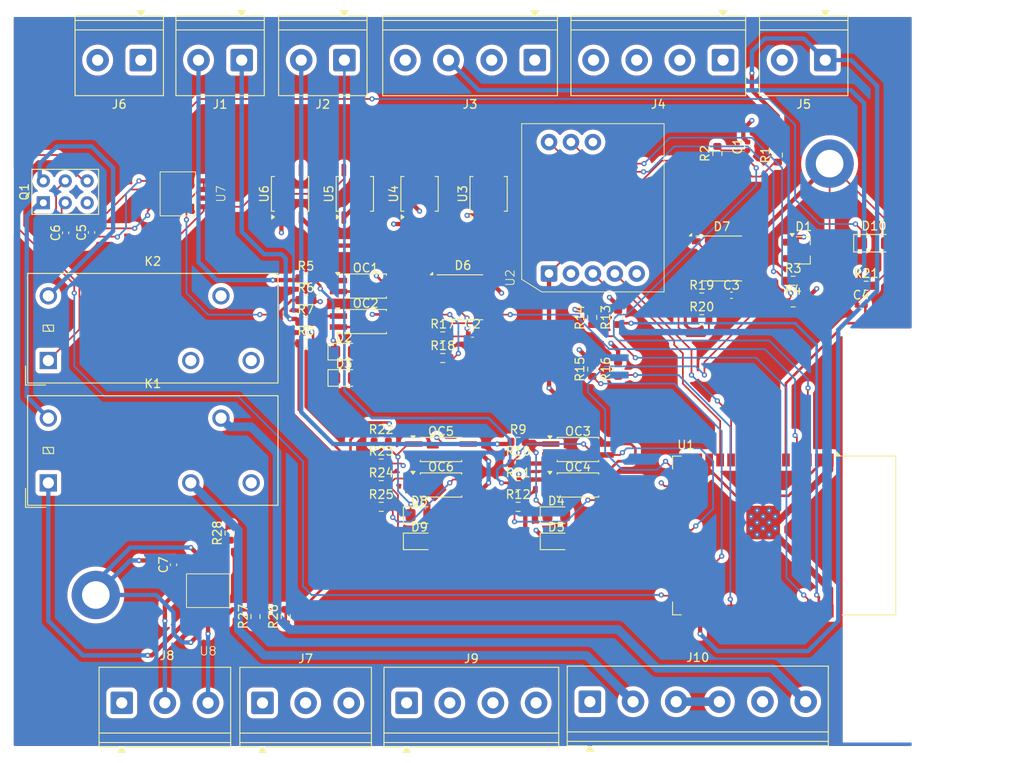
<source format=kicad_pcb>
(kicad_pcb (version 20241229) (generator "pcbnew") (generator_version "9.0")
  (title_block (title "Nivara Contrlols") (date "6/6/2025") (rev "1.0") (company "Electiva ITLA"))
  (layers (0 "F.Cu" signal) (4 "In1.Cu" signal) (6 "In2.Cu" signal) (2 "B.Cu" signal) (13 "F.Paste" user) (15 "B.Paste" user) (5 "F.SilkS" user "F.Silkscreen") (7 "B.SilkS" user "B.Silkscreen") (1 "F.Mask" user) (3 "B.Mask" user) (25 "Edge.Cuts" user))
  (net 0 "")
  (net 1 "GND")
  (net 2 "+3.3V")
  (net 3 "VCC")
  (net 4 "Net-(U1-EN)")
  (net 5 "/Board/RS485/UART_OUT")
  (net 6 "/Board/RS485_A")
  (net 7 "/Board/RS485_B")
  (net 8 "/Board/RS485/UART_IN")
  (net 9 "Net-(D9-K)")
  (net 10 "/Board/0_10mA/Ang_Out")
  (net 11 "Net-(U8-V5V)")
  (net 12 "Net-(D2-K)")
  (net 13 "Net-(D4-K)")
  (net 14 "/RS485-A")
  (net 15 "/Board/NPN_IN1")
  (net 16 "/Board/NPN_IN2")
  (net 17 "/Board/PNP_IN2")
  (net 18 "/Board/PNP_IN1")
  (net 19 "/Analog_0_10_IN1 ")
  (net 20 "/Board/Analog_0-32_IN1")
  (net 21 "/Board/Analog_4-20_IN1")
  (net 22 "/Board/Plus_Digit_IN1")
  (net 23 "/Board/Plus_Digit_IN2")
  (net 24 "/Board/Neg_Digit_IN2")
  (net 25 "/Board/Neg_Digit_IN1")
  (net 26 "/Board/Start | Stop")
  (net 27 "/Board/Analog_0_10_OUT1")
  (net 28 "/Board/Analog_4_20_OUT1")
  (net 29 "/PNP_OUT_1")
  (net 30 "/PNP_OUT_2")
  (net 31 "/NPN_OUT_1")
  (net 32 "/NPN_OUT_2")
  (net 33 "/Board/RLY_2_NC")
  (net 34 "/Board/RLY_2_COM")
  (net 35 "/Board/RLY_1_NO")
  (net 36 "/Board/RLY_1_NC")
  (net 37 "/Board/RLY_1_COM")
  (net 38 "Net-(D3-K)")
  (net 39 "Net-(D5-K)")
  (net 40 "Net-(D8-K)")
  (net 41 "/Board/Digit_module/Plu_Digit_IN1")
  (net 42 "/Board/Output_NPN/NPN_IN0")
  (net 43 "/RS485-B")
  (net 44 "Net-(Q1-1C)")
  (net 45 "/Board/Output_PNP/PNP_input_0")
  (net 46 "/Board/Output_PNP/PNP_input_1")
  (net 47 "Net-(R13-Pad2)")
  (net 48 "/Board/Digit_module/Plu_Dig_IN1")
  (net 49 "Net-(U7-SEL)")
  (net 50 "Net-(U8-SET)")
  (net 51 "/Board/RLY_2_NO")
  (net 52 "/Board/RLY1/RLY_1_COM")
  (net 53 "/Board/Digit_IN1")
  (net 54 "/Board/Digit_IN2")
  (net 59 "Net-(Q1-2C)")
  (net 60 "/Board/RLY1/RLY_1_NC")
  (net 63 "/Board/RLY1/RLY_1_NO")
  (net 66 "Net-(R15-Pad2)")
  (net 67 "Net-(R16-Pad2)")
  (net 73 "/Board/Output_NPN/NPN_IN1")
  (net 75 "/Board/NPN-Digit1")
  (net 78 "/Board/NPN-Digit2")
  (net 79 "/Board/0v_10v/0v_10V")
  (net 80 "/Board/PNP_OUT1")
  (net 82 "/Board/RLY1/RLY_Enable_2")
  (net 83 "/Board/Input_PNP/PNP_Dig1")
  (net 84 "/Board/RLY1/RLY_Enable_1")
  (net 85 "/Board/0v_32v/0V_32V")
  (net 86 "/Board/Input_PNP/PNP_Dig2")
  (net 87 "/Board/NPN_OUT2")
  (net 88 "Net-(D6--)")
  (net 89 "/Board/Analog_0_10_IN1")
  (net 90 "/Board/0v_32v/Analog_0-32_IN1")
  (net 91 "Net-(D7--)")
  (net 92 "Net-(D6-+)")
  (net 93 "/Board/Input_NPN/NPN-Digit_IN1")
  (net 94 "Net-(U2-B)")
  (net 95 "/Board/Input_NPN/NPN-Digit_IN2")
  (net 96 "Net-(D7-+)")
  (net 97 "/Board/Digit_module/Plu_Digit_IN2")
  (net 98 "Net-(R14-Pad2)")
  (net 99 "/Board/Output_NPN/NPN_OUT2")
  (net 100 "Net-(U2-A)")
  (net 101 "/Board/Digit_module/Plu_Dig_IN2")
  (net 104 "/Board/PNP_OUT2")
  (footprint "Capacitor_SMD:C_0402_1005Metric" (layer "F.Cu") (at 206.025 106.34 90)
    (property "Reference" "C7")
    (property "Value" "C_0603")
  )
  (footprint "Package_SO:SOP-4_3.8x4.1mm_P2.54mm" (layer "F.Cu") (at 219.525 63.34 90)
    (property "Reference" "U6")
    (property "Value" "GAQY211G2S")
  )
  (footprint "Resistor_SMD:R_0603_1608Metric" (layer "F.Cu") (at 245.945 97.11)
    (property "Reference" "R11")
    (property "Value" "R_0603")
  )
  (footprint "Resistor_SMD:R_0603_1608Metric" (layer "F.Cu") (at 237.215 82.375)
    (property "Reference" "R18")
    (property "Value" "R_0603")
  )
  (footprint "Package_SO:SOP-4_3.8x4.1mm_P2.54mm" (layer "F.Cu") (at 227.025 63.34 90)
    (property "Reference" "U5")
    (property "Value" "GAQY211G2S")
  )
  (footprint "Resistor_SMD:R_0603_1608Metric" (layer "F.Cu") (at 276.025 58.84 90)
    (property "Reference" "R1")
    (property "Value" "R_0603")
  )
  (footprint "Resistor_SMD:R_0603_1608Metric" (layer "F.Cu") (at 219.025 112.34 90)
    (property "Reference" "R26")
    (property "Value" "R_0603")
  )
  (footprint "TerminalBlock_Phoenix:TerminalBlock_Phoenix_PT-1,5-4-5.0-H_1x04_P5.00mm_Horizontal" (layer "F.Cu") (at 233.025 122.34)
    (property "Reference" "J9")
    (property "Value" "Screw_Terminal_4_P5.00mm")
  )
  (footprint "Package_SO:SOP-4_3.8x4.1mm_P2.54mm" (layer "F.Cu") (at 234.525 63.34 90)
    (property "Reference" "U4")
    (property "Value" "GAQY211G2S")
  )
  (footprint "TerminalBlock_Phoenix:TerminalBlock_Phoenix_PT-1,5-2-5.0-H_1x02_P5.00mm_Horizontal" (layer "F.Cu") (at 281.525 47.84 180)
    (property "Reference" "J5")
    (property "Value" "Screw_Terminal_2_P5.00mm")
  )
  (footprint "Resistor_SMD:R_0603_1608Metric" (layer "F.Cu") (at 221.355 80.675)
    (property "Reference" "R8")
    (property "Value" "R_0603")
  )
  (footprint "Resistor_SMD:R_0603_1608Metric" (layer "F.Cu") (at 230.085 92.09)
    (property "Reference" "R22")
    (property "Value" "R_0603")
  )
  (footprint "Diode_SMD:D_0805_2012Metric_Pad1.15x1.40mm_HandSolder" (layer "F.Cu") (at 250.37 103.625)
    (property "Reference" "D5")
    (property "Value" "DL4007")
  )
  (footprint "Diode_SMD:Diode_Bridge_Diotec_ABS" (layer "F.Cu") (at 269.55 70.84)
    (property "Reference" "D7")
    (property "Value" "MB24F_C7427849")
  )
  (footprint "TerminalBlock_Phoenix:TerminalBlock_Phoenix_PT-1,5-6-5.0-H_1x06_P5.00mm_Horizontal" (layer "F.Cu") (at 254.253 122.208)
    (property "Reference" "J10")
    (property "Value" "Screw_Terminal_6_P5.00mm")
  )
  (footprint "Package_SO:SO-4_4.4x2.3mm_P1.27mm" (layer "F.Cu") (at 252.875 92.975)
    (property "Reference" "OC3")
    (property "Value" "LTV-357T-B")
  )
  (footprint "Resistor_SMD:R_0603_1608Metric" (layer "F.Cu") (at 230.085 94.6)
    (property "Reference" "R23")
    (property "Value" "R_0603")
  )
  (footprint "Resistor_SMD:R_0603_1608Metric" (layer "F.Cu") (at 221.355 78.165)
    (property "Reference" "R7")
    (property "Value" "R_0603")
  )
  (footprint "Capacitor_SMD:C_0402_1005Metric" (layer "F.Cu") (at 193.525 67.86 90)
    (property "Reference" "C6")
    (property "Value" "C_0603")
  )
  (footprint "Capacitor_SMD:C_0402_1005Metric" (layer "F.Cu") (at 285.685 76.235)
    (property "Reference" "C4")
    (property "Value" "C_0603")
  )
  (footprint "Resistor_SMD:R_0603_1608Metric" (layer "F.Cu") (at 221.355 75.655)
    (property "Reference" "R6")
    (property "Value" "R_0603")
  )
  (footprint "Diode_SMD:D_0805_2012Metric_Pad1.15x1.40mm_HandSolder" (layer "F.Cu") (at 250.37 100.585)
    (property "Reference" "D4")
    (property "Value" "DL4007")
  )
  (footprint "Resistor_SMD:R_0603_1608Metric" (layer "F.Cu") (at 245.945 99.62)
    (property "Reference" "R12")
    (property "Value" "R_0603")
  )
  (footprint "Resistor_SMD:R_0603_1608Metric" (layer "F.Cu") (at 245.945 92.09)
    (property "Reference" "R9")
    (property "Value" "R_0603")
  )
  (footprint "Resistor_SMD:R_0603_1608Metric" (layer "F.Cu") (at 267.215 77.875)
    (property "Reference" "R20")
    (property "Value" "R_0603")
  )
  (footprint "Package_SO:SO-4_4.4x2.3mm_P1.27mm" (layer "F.Cu") (at 237.015 92.975)
    (property "Reference" "OC5")
    (property "Value" "LTV-357T-B")
  )
  (footprint "RF_Module:ESP32-S3-WROOM-1" (layer "F.Cu") (at 276.785 102.94 -90)
    (property "Reference" "U1")
    (property "Value" "ESP32-S3-WROOM-1")
  )
  (footprint "Package_SO:SO-4_4.4x2.3mm_P1.27mm" (layer "F.Cu") (at 228.285 78.145)
    (property "Reference" "OC2")
    (property "Value" "LTV-357T-B")
  )
  (footprint "Capacitor_SMD:C_0402_1005Metric" (layer "F.Cu") (at 272.525 57.82 90)
    (property "Reference" "C1")
    (property "Value" "C_0603")
  )
  (footprint "Resistor_SMD:R_0603_1608Metric" (layer "F.Cu") (at 212.525 102.665 90)
    (property "Reference" "R28")
    (property "Value" "R_0603")
  )
  (footprint "Capacitor_SMD:C_0402_1005Metric" (layer "F.Cu") (at 270.655 75.095)
    (property "Reference" "C3")
    (property "Value" "C_0603")
  )
  (footprint "Diode_SMD:D_0805_2012Metric_Pad1.15x1.40mm_HandSolder" (layer "F.Cu") (at 234.51 103.625)
    (property "Reference" "D9")
    (property "Value" "DL4007")
  )
  (footprint "Resistor_SMD:R_0603_1608Metric" (layer "F.Cu") (at 257.525 83.665 90)
    (property "Reference" "R16")
    (property "Value" "R_0603")
  )
  (footprint "TerminalBlock_Phoenix:TerminalBlock_Phoenix_PT-1,5-3-5.0-H_1x03_P5.00mm_Horizontal" (layer "F.Cu") (at 200.025 122.34)
    (property "Reference" "J8")
    (property "Value" "Screw_Terminal_3_P5.00mm")
  )
  (footprint "Resistor_SMD:R_0603_1608Metric" (layer "F.Cu") (at 254.525 83.665 90)
    (property "Reference" "R15")
    (property "Value" "R_0603")
  )
  (footprint "Diode_SMD:D_0805_2012Metric_Pad1.15x1.40mm_HandSolder" (layer "F.Cu") (at 234.51 100.585)
    (property "Reference" "D8")
    (property "Value" "DL4007")
  )
  (footprint "Resistor_SMD:R_0603_1608Metric" (layer "F.Cu") (at 254.525 77.665 90)
    (property "Reference" "R14")
    (property "Value" "R_0603")
  )
  (footprint "Resistor_SMD:R_0603_1608Metric" (layer "F.Cu") (at 269.025 58.665 90)
    (property "Reference" "R2")
    (property "Value" "R_0603")
  )
  (footprint "Package_TO_SOT_SMD:SOT-23_Handsoldering" (layer "F.Cu") (at 279.025 69.89)
    (property "Reference" "D1")
    (property "Value" "SM712_SOT23")
  )
  (footprint "Resistor_SMD:R_0603_1608Metric" (layer "F.Cu") (at 277.805 75.925)
    (property "Reference" "R4")
    (property "Value" "R_0603")
  )
  (footprint "Resistor_SMD:R_0603_1608Metric" (layer "F.Cu") (at 215.525 112.34 90)
    (property "Reference" "R27")
    (property "Value" "R_0603")
  )
  (footprint "TerminalBlock_Phoenix:TerminalBlock_Phoenix_PT-1,5-2-5.0-H_1x02_P5.00mm_Horizontal" (layer "F.Cu") (at 202.237 47.84 180)
    (property "Reference" "J6")
    (property "Value" "Screw_Terminal_2_P5.00mm")
  )
  (footprint "Package_SO:SO-4_4.4x2.3mm_P1.27mm" (layer "F.Cu") (at 237.015 97.09)
    (property "Reference" "OC6")
    (property "Value" "LTV-357T-B")
  )
  (footprint "Capacitor_SMD:C_0402_1005Metric" (layer "F.Cu") (at 196.525 67.82 90)
    (property "Reference" "C5")
    (property "Value" "C_0603")
  )
  (footprint "Resistor_SMD:R_0603_1608Metric" (layer "F.Cu") (at 237.215 79.865)
    (property "Reference" "R17")
    (property "Value" "R_0603")
  )
  (footprint "TerminalBlock_Phoenix:TerminalBlock_Phoenix_PT-1,5-3-5.0-H_1x03_P5.00mm_Horizontal" (layer "F.Cu") (at 216.329 122.3475)
    (property "Reference" "J7")
    (property "Value" "Screw_Terminal_3_P5.00mm")
  )
  (footprint "Resistor_SMD:R_0603_1608Metric" (layer "F.Cu") (at 267.215 75.365)
    (property "Reference" "R19")
    (property "Value" "R_0603")
  )
  (footprint "MountingHole:MountingHole_3.2mm_M3_DIN965_Pad" (layer "F.Cu") (at 197.025 109.84)
    (property "Reference" "REF**" (hide yes))
    (property "Value" "Hole_3.2mm_M3_DIN965" (hide yes))
  )
  (footprint "MountingHole:MountingHole_3.2mm_M3_DIN965_Pad" (layer "F.Cu") (at 282.025 59.84)
    (property "Reference" "REF**" (hide yes))
    (property "Value" "Hole_3.2mm_M3_DIN965" (hide yes))
  )
  (footprint "Package_SO:SO-4_4.4x2.3mm_P1.27mm" (layer "F.Cu") (at 252.875 97.09)
    (property "Reference" "OC4")
    (property "Value" "LTV-357T-B")
  )
  (footprint "TerminalBlock_Phoenix:TerminalBlock_Phoenix_PT-1,5-4-5.0-H_1x04_P5.00mm_Horizontal" (layer "F.Cu") (at 247.877 47.84 180)
    (property "Reference" "J3")
    (property "Value" "Screw_Terminal_4_P5.00mm")
  )
  (footprint "External:RSM3485ECHT" (layer "F.Cu") (at 249.525 72.58 90)
    (property "Reference" "U2")
    (property "Value" "~")
  )
  (footprint "Diode_SMD:D_0805_2012Metric_Pad1.15x1.40mm_HandSolder" (layer "F.Cu") (at 225.78 84.68)
    (property "Reference" "D3")
    (property "Value" "DL4007")
  )
  (footprint "Diode_SMD:D_0805_2012Metric_Pad1.15x1.40mm_HandSolder" (layer "F.Cu") (at 225.78 81.64)
    (property "Reference" "D2")
    (property "Value" "DL4007")
  )
  (footprint "Capacitor_SMD:C_0402_1005Metric" (layer "F.Cu") (at 240.655 79.595)
    (property "Reference" "C2")
    (property "Value" "C_0603")
  )
  (footprint "Resistor_SMD:R_0603_1608Metric" (layer "F.Cu") (at 277.805 73.415)
    (property "Reference" "R3")
    (property "Value" "R_0603")
  )
  (footprint "Resistor_SMD:R_0603_1608Metric" (layer "F.Cu") (at 221.355 73.145)
    (property "Reference" "R5")
    (property "Value" "R_0603")
  )
  (footprint "Diode_SMD:D_SMF" (layer "F.Cu") (at 287.17 69.065)
    (property "Reference" "D10")
    (property "Value" "SMF24A")
  )
  (footprint "TerminalBlock_Phoenix:TerminalBlock_Phoenix_PT-1,5-2-5.0-H_1x02_P5.00mm_Horizontal" (layer "F.Cu") (at 225.819 47.84 180)
    (property "Reference" "J2")
    (property "Value" "Screw_Terminal_2_P5.00mm")
  )
  (footprint "External:GP8303" (layer "F.Cu") (at 210.025 109.34)
    (property "Reference" "U8")
    (property "Value" "GP8303-TC50-EW")
  )
  (footprint "Diode_SMD:Diode_Bridge_Diotec_ABS" (layer "F.Cu") (at 239.55 75.34)
    (property "Reference" "D6")
    (property "Value" "MB24F_C7427849")
  )
  (footprint "TerminalBlock_Phoenix:TerminalBlock_Phoenix_PT-1,5-2-5.0-H_1x02_P5.00mm_Horizontal" (layer "F.Cu") (at 213.921 47.84 180)
    (property "Reference" "J1")
    (property "Value" "Screw_Terminal_2_P5.00mm")
  )
  (footprint "Resistor_SMD:R_0603_1608Metric" (layer "F.Cu") (at 230.085 99.62)
    (property "Reference" "R25")
    (property "Value" "R_0603")
  )
  (footprint "Resistor_SMD:R_0603_1608Metric" (layer "F.Cu") (at 245.945 94.6)
    (property "Reference" "R10")
    (property "Value" "R_0603")
  )
  (footprint "TerminalBlock_Phoenix:TerminalBlock_Phoenix_PT-1,5-4-5.0-H_1x04_P5.00mm_Horizontal" (layer "F.Cu") (at 269.681 47.84 180)
    (property "Reference" "J4")
    (property "Value" "Screw_Terminal_4_P5.00mm")
  )
  (footprint "Relay_THT:Relay_SPDT_Omron_G2RL-1" (layer "F.Cu") (at 191.525 82.665 90)
    (property "Reference" "K2")
    (property "Value" "G2RL-1")
  )
  (footprint "Package_SO:SO-4_4.4x2.3mm_P1.27mm" (layer "F.Cu") (at 228.285 74.03)
    (property "Reference" "OC1")
    (property "Value" "LTV-357T-B")
  )
  (footprint "Button_Switch_THT:SW_NKK_G1xJP" (layer "F.Cu") (at 190.945 64.38 90)
    (property "Reference" "Q1")
    (property "Value" "~")
  )
  (footprint "Package_SO:SOP-4_3.8x4.1mm_P2.54mm" (layer "F.Cu") (at 242.525 63.34 90)
    (property "Reference" "U3")
    (property "Value" "GAQY211G2S")
  )
  (footprint "Resistor_SMD:R_0603_1608Metric" (layer "F.Cu") (at 257.525 77.665 90)
    (property "Reference" "R13")
    (property "Value" "R_0603")
  )
  (footprint "Relay_THT:Relay_SPDT_Omron_G2RL-1" (layer "F.Cu") (at 191.525 96.84 90)
    (property "Reference" "K1")
    (property "Value" "G2RL-1")
  )
  (footprint "External:GP8201S" (layer "F.Cu") (at 206.525 63.34 90)
    (property "Reference" "U7")
    (property "Value" "GP8201S-TC50-EW")
  )
  (footprint "Resistor_SMD:R_0603_1608Metric" (layer "F.Cu") (at 286.255 73.995)
    (property "Reference" "R21")
    (property "Value" "R_0603")
  )
  (footprint "Resistor_SMD:R_0603_1608Metric" (layer "F.Cu") (at 230.085 97.11)
    (property "Reference" "R24")
    (property "Value" "R_0603")
  )
  (segment (start 249.725 97.725) (end 249.84 97.84) (width 0.5) (layer "F.Cu") (net 1))
  (segment (start 235.78 100.585) (end 238.64 97.725) (width 0.5) (layer "F.Cu") (net 1))
  (segment (start 230.725 81.64) (end 227.525 81.64) (width 0.5) (layer "F.Cu") (net 1))
  (segment (start 235.795 60.59) (end 235.795 66.09) (width 0.5) (layer "F.Cu") (net 1))
  (segment (start 235.025 67.84) (end 235.025 67.61) (width 0.5) (layer "F.Cu") (net 1))
  (segment (start 246.77 104.595) (end 245.275 106.09) (width 0.5) (layer "F.Cu") (net 1))
  (segment (start 273.025 68.84) (end 282.025 59.84) (width 0.5) (layer "F.Cu") (net 1))
  (segment (start 233.45 75.415) (end 232.7 74.665) (width 0.5) (layer "F.Cu") (net 1))
  (segment (start 235.025 67.61) (end 235.795 66.84) (width 0.5) (layer "F.Cu") (net 1))
  (segment (start 237.025 67.34) (end 236.295 67.34) (width 0.5) (layer "F.Cu") (net 1))
  (segment (start 231.435 78.78) (end 231.435 80.93) (width 0.5) (layer "F.Cu") (net 1))
  (segment (start 242.025 67.34) (end 242.545 67.34) (width 0.2) (layer "F.Cu") (net 1))
  (segment (start 235.795 66.84) (end 235.795 66.09) (width 0.5) (layer "F.Cu") (net 1))
  (segment (start 240.165 97.725) (end 241.64 97.725) (width 0.5) (layer "F.Cu") (net 1))
  (segment (start 235.795 67.07) (end 235.025 67.84) (width 0.5) (layer "F.Cu") (net 1))
  (segment (start 232.7 74.665) (end 233.025 74.34) (width 0.5) (layer "F.Cu") (net 1))
  (segment (start 235.525 67.34) (end 237.025 67.34) (width 0.5) (layer "F.Cu") (net 1))
  (segment (start 233.025 69.34) (end 233.525 69.84) (width 0.5) (layer "F.Cu") (net 1))
  (segment (start 242.525 94.34) (end 241.795 93.61) (width 0.5) (layer "F.Cu") (net 1))
  (segment (start 242.065 67.34) (end 242.545 67.82) (width 0.5) (layer "F.Cu") (net 1))
  (segment (start 226.805 84.68) (end 226.805 82.34) (width 0.5) (layer "F.Cu") (net 1))
  (segment (start 235.66 67.205) (end 236.16 67.205) (width 0.5) (layer "F.Cu") (net 1))
  (segment (start 241.525 67.34) (end 237.025 67.34) (width 0.5) (layer "F.Cu") (net 1))
  (segment (start 231.545 69.34) (end 233.025 69.34) (width 0.5) (layer "F.Cu") (net 1))
  (segment (start 194.025 69.34) (end 193.525 68.84) (width 0.2) (layer "F.Cu") (net 1))
  (segment (start 252.025 96.34) (end 252.025 94.34) (width 0.5) (layer "F.Cu") (net 1))
  (segment (start 227.525 81.64) (end 226.805 81.64) (width 0.5) (layer "F.Cu") (net 1))
  (segment (start 282.045 111.69) (end 282.045 109.16) (width 0.8) (layer "F.Cu") (net 1))
  (segment (start 243.525 106.84) (end 245.525 106.84) (width 0.5) (layer "F.Cu") (net 1))
  (segment (start 245.275 106.09) (end 245.275 106.59) (width 0.5) (layer "F.Cu") (net 1))
  (segment (start 212.025 103.99) (end 212.525 103.49) (width 0.3) (layer "F.Cu") (net 1))
  (segment (start 232.585 78.78) (end 233.525 77.84) (width 0.5) (layer "F.Cu") (net 1))
  (segment (start 231.285 69.08) (end 231.545 69.34) (width 0.5) (layer "F.Cu") (net 1))
  (segment (start 288.62 72.455) (end 287.08 73.995) (width 0.2) (layer "F.Cu") (net 1))
  (segment (start 272.025 56.84) (end 272.525 57.34) (width 0.5) (layer "F.Cu") (net 1))
  (segment (start 235.525 67.11) (end 235.795 66.84) (width 0.5) (layer "F.Cu") (net 1))
  (segment (start 209.025 114.34) (end 209.025 112.34) (width 0.5) (layer "F.Cu") (net 1))
  (segment (start 241.795 93.61) (end 240.165 93.61) (width 0.5) (layer "F.Cu") (net 1))
  (segment (start 231.035 68.83) (end 231.285 69.08) (width 0.5) (layer "F.Cu") (net 1))
  (segment (start 285.205 76.235) (end 285.205 75.87) (width 0.2) (layer "F.Cu") (net 1))
  (segment (start 250.525 98.34) (end 251.395 99.21) (width 0.5) (layer "F.Cu") (net 1))
  (segment (start 243.795 66.09) (end 243.795 60.59) (width 0.5) (layer "F.Cu") (net 1))
  (segment (start 273.025 54.84) (end 272.025 55.84) (width 0.5) (layer "F.Cu") (net 1))
  (segment (start 251.395 105.47) (end 251.395 103.625) (width 0.5) (layer "F.Cu") (net 1))
  (segment (start 235.795 66.09) (end 235.795 67.07) (width 0.5) (layer "F.Cu") (net 1))
  (segment (start 252.025 94.34) (end 251.295 93.61) (width 0.5) (layer "F.Cu") (net 1))
  (segment (start 246.77 94.6) (end 248.735 94.6) (width 0.5) (layer "F.Cu") (net 1))
  (segment (start 238.64 97.725) (end 240.165 97.725) (width 0.5) (layer "F.Cu") (net 1))
  (segment (start 249.725 97.725) (end 250.64 97.725) (width 0.5) (layer "F.Cu") (net 1))
  (segment (start 235.535 103.625) (end 235.535 105.35) (width 0.5) (layer "F.Cu") (net 1))
  (segment (start 237.025 106.84) (end 243.525 106.84) (width 0.5) (layer "F.Cu") (net 1))
  (segment (start 282.045 94.19) (end 282.045 95.32) (width 0.8) (layer "F.Cu") (net 1))
  (segment (start 192.525 68.34) (end 192.025 67.84) (width 0.2) (layer "F.Cu") (net 1))
  (segment (start 199.485 68.3) (end 199.525 68.34) (width 0.2) (layer "F.Cu") (net 1))
  (segment (start 246.77 99.62) (end 246.77 104.595) (width 0.5) (layer "F.Cu") (net 1))
  (segment (start 227.525 81.64) (end 227.505 81.64) (width 0.5) (layer "F.Cu") (net 1))
  (segment (start 245.275 106.59) (end 245.525 106.84) (width 0.5) (layer "F.Cu") (net 1))
  (segment (start 230.525 69.34) (end 231.035 68.83) (width 0.5) (layer "F.Cu") (net 1))
  (segment (start 196.525 68.3) (end 199.485 68.3) (width 0.2) (layer "F.Cu") (net 1))
  (segment (start 249.84 97.84) (end 250.525 97.84) (width 0.5) (layer "F.Cu") (net 1))
  (segment (start 242.525 67.84) (end 242.525 73.34) (width 0.5) (layer "F.Cu") (net 1))
  (segment (start 251.395 103.625) (end 251.395 100.585) (width 0.5) (layer "F.Cu") (net 1))
  (segment (start 212.025 109.54) (end 210.025 111.54) (width 0.3) (layer "F.Cu") (net 1))
  (segment (start 288.62 66.435) (end 282.025 59.84) (width 0.2) (layer "F.Cu") (net 1))
  (segment (start 251.395 99.21) (end 251.395 100.585) (width 0.5) (layer "F.Cu") (net 1))
  (segment (start 202.025 61.84) (end 203.525 61.84) (width 0.2) (layer "F.Cu") (net 1))
  (segment (start 230.025 69.34) (end 229.525 69.34) (width 0.5) (layer "F.Cu") (net 1))
  (segment (start 193.525 68.84) (end 193.525 68.34) (width 0.2) (layer "F.Cu") (net 1))
  (segment (start 228.295 66.09) (end 230.535 68.33) (width 0.5) (layer "F.Cu") (net 1))
  (segment (start 272.525 68.84) (end 273.025 68.84) (width 0.5) (layer "F.Cu") (net 1))
  (segment (start 233.025 74.34) (end 233.525 73.84) (width 0.5) (layer "F.Cu") (net 1))
  (segment (start 192.025 66.84) (end 193.065 65.8) (width 0.2) (layer "F.Cu") (net 1))
  (segment (start 282.025 59.84) (end 282.025 68.39) (width 0.2) (layer "F.Cu") (net 1))
  (segment (start 202.025 105.84) (end 206.005 105.84) (width 0.5) (layer "F.Cu") (net 1))
  (segment (start 230.525 68.84) (end 230.025 69.34) (width 0.5) (layer "F.Cu") (net 1))
  (segment (start 282.025 68.39) (end 280.525 69.89) (width 0.2) (layer "F.Cu") (net 1))
  (segment (start 236.295 67.34) (end 236.16 67.205) (width 0.5) (layer "F.Cu") (net 1))
  (segment (start 242.025 67.34) (end 242.525 67.84) (width 0.2) (layer "F.Cu") (net 1))
  (segment (start 231.435 80.93) (end 230.725 81.64) (width 0.5) (layer "F.Cu") (net 1))
  (segment (start 236.16 67.205) (end 235.795 66.84) (width 0.5) (layer "F.Cu") (net 1))
  (segment (start 233.525 69.84) (end 233.525 69.34) (width 0.5) (layer "F.Cu") (net 1))
  (segment (start 231.435 74.665) (end 232.7 74.665) (width 0.5) (layer "F.Cu") (net 1))
  (segment (start 196.525 68.84) (end 196.025 69.34) (width 0.2) (layer "F.Cu") (net 1))
  (segment (start 231.435 78.78) (end 232.585 78.78) (width 0.5) (layer "F.Cu") (net 1))
  (segment (start 233.525 69.34) (end 235.025 67.84) (width 0.5) (layer "F.Cu") (net 1))
  (segment (start 230.525 68.84) (end 230.525 68.34) (width 0.5) (layer "F.Cu") (net 1))
  (segment (start 193.525 68.34) (end 192.525 68.34) (width 0.2) (layer "F.Cu") (net 1))
  (segment (start 233.865 93.61) (end 240.165 93.61) (width 0.5) (layer "F.Cu") (net 1))
  (segment (start 235.535 99.35) (end 235.535 100.585) (width 0.5) (layer "F.Cu") (net 1))
  (segment (start 220.795 66.09) (end 224.045 69.34) (width 0.5) (layer "F.Cu") (net 1))
  (segment (start 235.535 100.585) (end 235.78 100.585) (width 0.5) (layer "F.Cu") (net 1))
  (segment (start 208.025 115.34) (end 209.025 114.34) (width 0.5) (layer "F.Cu") (net 1))
  (segment (start 250.525 97.84) (end 250.525 98.34) (width 0.5) (layer "F.Cu") (net 1))
  (segment (start 235.525 67.34) (end 235.66 67.205) (width 0.5) (layer "F.Cu") (net 1))
  (segment (start 248.735 94.6) (end 249.725 93.61) (width 0.5) (layer "F.Cu") (net 1))
  (segment (start 210.025 114.34) (end 210.025 112.34) (width 0.5) (layer "F.Cu") (net 1))
  (segment (start 212.025 106.34) (end 212.025 109.54) (width 0.3) (layer "F.Cu") (net 1))
  (segment (start 208.025 104.34) (end 209.025 105.34) (width 0.5) (layer "F.Cu") (net 1))
  (segment (start 242.525 73.34) (end 244.025 74.84) (width 0.5) (layer "F.Cu") (net 1))
  (segment (start 251.295 93.61) (end 249.725 93.61) (width 0.5) (layer "F.Cu") (net 1))
  (segment (start 241.525 67.34) (end 242.025 67.34) (width 0.2) (layer "F.Cu") (net 1))
  (segment (start 233.525 77.84) (end 233.525 75.49) (width 0.5) (layer "F.Cu") (net 1))
  (segment (start 226.805 82.34) (end 226.805 81.64) (width 0.5) (layer "F.Cu") (net 1))
  (segment (start 230.525 68.34) (end 230.535 68.33) (width 0.5) (layer "F.Cu") (net 1))
  (segment (start 233.91 97.725) (end 235.535 99.35) (width 0.5) (layer "F.Cu") (net 1))
  (segment (start 282.045 95.32) (end 275.925 101.44) (width 0.8) (layer "F.Cu") (net 1))
  (segment (start 196.025 69.34) (end 194.025 69.34) (width 0.2) (layer "F.Cu") (net 1))
  (segment (start 275.925 101.44) (end 274.325 101.44) (width 0.8) (layer "F.Cu") (net 1))
  (segment (start 242.525 67.84) (end 242.545 67.82) (width 0.5) (layer "F.Cu") (net 1))
  (segment (start 210.025 111.54) (end 210.025 112.34) (width 0.3) (layer "F.Cu") (net 1))
  (segment (start 235.025 67.84) (end 235.525 67.34) (width 0.5) (layer "F.Cu") (net 1))
  (segment (start 225.135 74.665) (end 231.435 74.665) (width 0.3) (layer "F.Cu") (net 1))
  (segment (start 227.505 81.64) (end 226.805 82.34) (width 0.5) (layer "F.Cu") (net 1))
  (segment (start 233.025 69.34) (end 233.525 69.34) (width 0.5) (layer "F.Cu") (net 1))
  (segment (start 282.045 109.16) (end 274.325 101.44) (width 0.8) (layer "F.Cu") (net 1))
  (segment (start 241.525 67.34) (end 242.065 67.34) (width 0.5) (layer "F.Cu") (net 1))
  (segment (start 233.45 75.415) (end 233.025 74.99) (width 0.5) (layer "F.Cu") (net 1))
  (segment (start 193.065 65.8) (end 193.065 64.38) (width 0.2) (layer "F.Cu") (net 1))
  (segment (start 235.535 105.35) (end 237.025 106.84) (width 0.5) (layer "F.Cu") (net 1))
  (segment (start 250.025 106.84) (end 251.395 105.47) (width 0.5) (layer "F.Cu") (net 1))
  (segment (start 233.025 74.99) (end 233.025 74.34) (width 0.5) (layer "F.Cu") (net 1))
  (segment (start 229.525 69.34) (end 230.525 69.34) (width 0.5) (layer "F.Cu") (net 1))
  (segment (start 288.62 69.065) (end 288.62 72.455) (width 0.2) (layer "F.Cu") (net 1))
  (segment (start 224.045 69.34) (end 229.525 69.34) (width 0.5) (layer "F.Cu") (net 1))
  (segment (start 230.525 69.34) (end 231.545 69.34) (width 0.5) (layer "F.Cu") (net 1))
  (segment (start 241.64 97.725) (end 242.525 96.84) (width 0.5) (layer "F.Cu") (net 1))
  (segment (start 192.025 67.84) (end 192.025 66.84) (width 0.2) (layer "F.Cu") (net 1))
  (segment (start 250.64 97.725) (end 252.025 96.34) (width 0.5) (layer "F.Cu") (net 1))
  (segment (start 235.525 67.34) (end 235.525 67.11) (width 0.5) (layer "F.Cu") (net 1))
  (segment (start 225.135 78.78) (end 231.435 78.78) (width 0.3) (layer "F.Cu") (net 1))
  (segment (start 288.62 69.065) (end 288.62 66.435) (width 0.2) (layer "F.Cu") (net 1))
  (segment (start 235.535 100.585) (end 235.535 103.625) (width 0.5) (layer "F.Cu") (net 1))
  (segment (start 230.525 69.34) (end 230.525 68.84) (width 0.5) (layer "F.Cu") (net 1))
  (segment (start 206.005 105.84) (end 206.025 105.86) (width 0.5) (layer "F.Cu") (net 1))
  (segment (start 242.545 67.82) (end 242.545 67.34) (width 0.5) (layer "F.Cu") (net 1))
  (segment (start 209.025 105.34) (end 209.025 106.34) (width 0.5) (layer "F.Cu") (net 1))
  (segment (start 242.545 67.34) (end 243.795 66.09) (width 0.5) (layer "F.Cu") (net 1))
  (segment (start 233.525 73.84) (end 233.525 69.84) (width 0.5) (layer "F.Cu") (net 1))
  (segment (start 242.545 67.34) (end 242.065 67.34) (width 0.5) (layer "F.Cu") (net 1))
  (segment (start 285.205 75.87) (end 287.08 73.995) (width 0.2) (layer "F.Cu") (net 1))
  (segment (start 212.025 106.34) (end 212.025 103.99) (width 0.3) (layer "F.Cu") (net 1))
  (segment (start 272.025 55.84) (end 272.025 56.84) (width 0.5) (layer "F.Cu") (net 1))
  (segment (start 196.525 68.3) (end 196.525 68.84) (width 0.2) (layer "F.Cu") (net 1))
  (segment (start 245.525 106.84) (end 250.025 106.84) (width 0.5) (layer "F.Cu") (net 1))
  (segment (start 245.275 106.09) (end 244.525 106.84) (width 0.5) (layer "F.Cu") (net 1))
  (segment (start 233.865 97.725) (end 233.91 97.725) (width 0.5) (layer "F.Cu") (net 1))
  (segment (start 244.525 106.84) (end 243.525 106.84) (width 0.5) (layer "F.Cu") (net 1))
  (segment (start 230.535 68.33) (end 231.035 68.83) (width 0.5) (layer "F.Cu") (net 1))
  (segment (start 233.525 75.49) (end 233.45 75.415) (width 0.5) (layer "F.Cu") (net 1))
  (via (at 202.025 61.84) (size 0.6) (drill 0.3) (layers "F.Cu" "B.Cu") (net 1))
  (via (at 202.025 105.84) (size 0.6) (drill 0.3) (layers "F.Cu" "B.Cu") (net 1))
  (via (at 242.525 94.34) (size 0.6) (drill 0.3) (layers "F.Cu" "B.Cu") (net 1))
  (via (at 208.025 115.34) (size 0.6) (drill 0.3) (layers "F.Cu" "B.Cu") (net 1))
  (via (at 273.025 54.84) (size 0.6) (drill 0.3) (layers "F.Cu" "B.Cu") (net 1))
  (via (at 199.525 68.34) (size 0.6) (drill 0.3) (layers "F.Cu" "B.Cu") (net 1))
  (via (at 210.025 114.34) (size 0.6) (drill 0.3) (layers "F.Cu" "B.Cu") (net 1))
  (via (at 208.025 104.34) (size 0.6) (drill 0.3) (layers "F.Cu" "B.Cu") (net 1))
  (via (at 242.525 96.84) (size 0.6) (drill 0.3) (layers "F.Cu" "B.Cu") (net 1))
  (via (at 244.025 74.84) (size 0.6) (drill 0.3) (layers "F.Cu" "B.Cu") (net 1))
  (segment (start 204.025 109.84) (end 206.025 111.84) (width 0.5) (layer "B.Cu") (net 1))
  (segment (start 197.025 109.84) (end 204.025 109.84) (width 0.5) (layer "B.Cu") (net 1))
  (segment (start 199.525 68.34) (end 200.525 67.34) (width 0.2) (layer "B.Cu") (net 1))
  (segment (start 200.525 63.34) (end 202.025 61.84) (width 0.2) (layer "B.Cu") (net 1))
  (segment (start 201.025 105.84) (end 202.025 105.84) (width 0.5) (layer "B.Cu") (net 1))
  (segment (start 242.525 96.84) (end 242.525 94.34) (width 0.5) (layer "B.Cu") (net 1))
  (segment (start 207.025 115.34) (end 208.025 115.34) (width 0.5) (layer "B.Cu") (net 1))
  (segment (start 197.025 109.84) (end 197.025 108.34) (width 0.5) (layer "B.Cu") (net 1))
  (segment (start 197.025 108.34) (end 201.025 104.34) (width 0.5) (layer "B.Cu") (net 1))
  (segment (start 200.525 67.34) (end 200.525 63.34) (width 0.2) (layer "B.Cu") (net 1))
  (segment (start 210.025 122.34) (end 210.025 114.34) (width 0.5) (layer "B.Cu") (net 1))
  (segment (start 201.025 104.34) (end 208.025 104.34) (width 0.5) (layer "B.Cu") (net 1))
  (segment (start 206.025 111.84) (end 206.025 114.34) (width 0.5) (layer "B.Cu") (net 1))
  (segment (start 206.025 114.34) (end 207.025 115.34) (width 0.5) (layer "B.Cu") (net 1))
  (segment (start 197.025 109.84) (end 201.025 105.84) (width 0.5) (layer "B.Cu") (net 1))
  (segment (start 209.525 62.84) (end 209.025 62.84) (width 0.2) (layer "F.Cu") (net 2))
  (segment (start 226.025 95.36) (end 226.025 97.84) (width 0.3) (layer "F.Cu") (net 2))
  (segment (start 259.025 92.34) (end 256.025 92.34) (width 0.3) (layer "F.Cu") (net 2))
  (segment (start 259.525 92.84) (end 259.025 92.34) (width 0.3) (layer "F.Cu") (net 2))
  (segment (start 259.525 93.84) (end 259.025 94.34) (width 0.3) (layer "F.Cu") (net 2))
  (segment (start 209.525 61.84) (end 209.525 62.84) (width 0.2) (layer "F.Cu") (net 2))
  (segment (start 230.875 89.84) (end 231.025 89.99) (width 0.3) (layer "F.Cu") (net 2))
  (segment (start 256.025 92.34) (end 249.525 85.84) (width 0.5) (layer "F.Cu") (net 2))
  (segment (start 226.785 94.6) (end 226.525 94.34) (width 0.3) (layer "F.Cu") (net 2))
  (segment (start 218.525 76.84) (end 219.71 75.655) (width 0.3) (layer "F.Cu") (net 2))
  (segment (start 218.525 77.34) (end 218.025 77.34) (width 0.3) (layer "F.Cu") (net 2))
  (segment (start 269.1 96.265) (end 268.6 95.765) (width 0.3) (layer "F.Cu") (net 2))
  (segment (start 256.025 95.84) (end 256.025 96.455) (width 0.3) (layer "F.Cu") (net 2))
  (segment (start 226.525 91.84) (end 228.525 89.84) (width 0.3) (layer "F.Cu") (net 2))
  (segment (start 218.525 77.34) (end 218.525 76.84) (width 0.3) (layer "F.Cu") (net 2))
  (segment (start 249.525 72.58) (end 262.615 59.49) (width 0.2) (layer "F.Cu") (net 2))
  (segment (start 212.025 112.34) (end 211.025 112.34) (width 0.5) (layer "F.Cu") (net 2))
  (segment (start 207.525 64.34) (end 207.525 66.34) (width 0.2) (layer "F.Cu") (net 2))
  (segment (start 259.525 92.84) (end 259.525 93.84) (width 0.3) (layer "F.Cu") (net 2))
  (segment (start 226.535 94.85) (end 226.525 94.84) (width 0.3) (layer "F.Cu") (net 2))
  (segment (start 218.275 77.59) (end 218.525 77.34) (width 0.3) (layer "F.Cu") (net 2))
  (segment (start 219.36 80.675) (end 218.525 79.84) (width 0.3) (layer "F.Cu") (net 2))
  (segment (start 215.525 113.165) (end 215.525 111.515) (width 0.5) (layer "F.Cu") (net 2))
  (segment (start 208.025 63.84) (end 207.525 64.34) (width 0.2) (layer "F.Cu") (net 2))
  (segment (start 262.615 59.49) (end 269.025 59.49) (width 0.2) (layer "F.Cu") (net 2))
  (segment (start 268.075 95.755) (end 268.075 94.19) (width 0.3) (layer "F.Cu") (net 2))
  (segment (start 220.53 80.675) (end 219.36 80.675) (width 0.3) (layer "F.Cu") (net 2))
  (segment (start 259.025 94.34) (end 257.525 94.34) (width 0.3) (layer "F.Cu") (net 2))
  (segment (start 271.175 59.49) (end 269.025 59.49) (width 0.2) (layer "F.Cu") (net 2))
  (segment (start 257.525 94.34) (end 256.025 95.84) (width 0.3) (layer "F.Cu") (net 2))
  (segment (start 218.525 76.84) (end 218.025 77.34) (width 0.3) (layer "F.Cu") (net 2))
  (segment (start 220.53 88.335) (end 220.53 80.675) (width 0.3) (layer "F.Cu") (net 2))
  (segment (start 264.285 98.495) (end 262.18 98.495) (width 0.3) (layer "F.Cu") (net 2))
  (segment (start 277.257 98.34) (end 271.175 98.34) (width 0.3) (layer "F.Cu") (net 2))
  (segment (start 226.785 94.6) (end 226.535 94.85) (width 0.3) (layer "F.Cu") (net 2))
  (segment (start 271.175 98.34) (end 269.1 96.265) (width 0.3) (layer "F.Cu") (net 2))
  (segment (start 280.775 94.19) (end 280.775 94.822) (width 0.3) (layer "F.Cu") (net 2))
  (segment (start 275.7 59.665) (end 274.025 61.34) (width 0.2) (layer "F.Cu") (net 2))
  (segment (start 226.025 97.84) (end 227.805 99.62) (width 0.3) (layer "F.Cu") (net 2))
  (segment (start 280.775 94.822) (end 277.257 98.34) (width 0.3) (layer "F.Cu") (net 2))
  (segment (start 216.025 77.34) (end 218.025 77.34) (width 0.2) (layer "F.Cu") (net 2))
  (segment (start 276.025 59.665) (end 275.7 59.665) (width 0.2) (layer "F.Cu") (net 2))
  (segment (start 218.275 77.59) (end 218.025 77.34) (width 0.3) (layer "F.Cu") (net 2))
  (segment (start 268.0075 95.8225) (end 268.075 95.755) (width 0.3) (layer "F.Cu") (net 2))
  (segment (start 273.025 61.34) (end 271.175 59.49) (width 0.2) (layer "F.Cu") (net 2))
  (segment (start 226.525 94.34) (end 220.525 88.34) (width 0.3) (layer "F.Cu") (net 2))
  (segment (start 229.26 103.105) (end 229.26 99.62) (width 0.3) (layer "F.Cu") (net 2))
  (segment (start 260.14 96.455) (end 256.025 96.455) (width 0.3) (layer "F.Cu") (net 2))
  (segment (start 220.525 88.34) (end 220.53 88.335) (width 0.3) (layer "F.Cu") (net 2))
  (segment (start 262.18 98.495) (end 260.14 96.455) (width 0.3) (layer "F.Cu") (net 2))
  (segment (start 219.025 111.515) (end 220.85 111.515) (width 0.3) (layer "F.Cu") (net 2))
  (segment (start 227.805 99.62) (end 229.26 99.62) (width 0.3) (layer "F.Cu") (net 2))
  (segment (start 265.335 98.495) (end 268.0075 95.8225) (width 0.3) (layer "F.Cu") (net 2))
  (segment (start 228.525 89.84) (end 230.875 89.84) (width 0.3) (layer "F.Cu") (net 2))
  (segment (start 209.025 62.84) (end 208.025 63.84) (width 0.2) (layer "F.Cu") (net 2))
  (segment (start 219.025 111.515) (end 219.025 113.165) (width 0.3) (layer "F.Cu") (net 2))
  (segment (start 229.26 94.6) (end 226.785 94.6) (width 0.3) (layer "F.Cu") (net 2))
  (segment (start 218.525 77.84) (end 218.275 77.59) (width 0.3) (layer "F.Cu") (net 2))
  (segment (start 226.535 94.85) (end 226.025 95.36) (width 0.3) (layer "F.Cu") (net 2))
  (segment (start 269.1 96.265) (end 269.35 96.515) (width 0.3) (layer "F.Cu") (net 2))
  (segment (start 268.0075 95.8225) (end 268.065 95.765) (width 0.3) (layer "F.Cu") (net 2))
  (segment (start 218.525 77.84) (end 218.525 77.34) (width 0.3) (layer "F.Cu") (net 2))
  (segment (start 268.075 95.24) (end 268.075 94.19) (width 0.3) (layer "F.Cu") (net 2))
  (segment (start 274.025 61.34) (end 273.025 61.34) (width 0.2) (layer "F.Cu") (net 2))
  (segment (start 249.525 85.84) (end 249.525 72.58) (width 0.5) (layer "F.Cu") (net 2))
  (segment (start 268.6 95.765) (end 268.075 95.24) (width 0.3) (layer "F.Cu") (net 2))
  (segment (start 226.525 94.34) (end 226.525 91.84) (width 0.3) (layer "F.Cu") (net 2))
  (segment (start 220.85 111.515) (end 229.26 103.105) (width 0.3) (layer "F.Cu") (net 2))
  (segment (start 268.065 95.765) (end 268.6 95.765) (width 0.3) (layer "F.Cu") (net 2))
  (segment (start 226.525 94.84) (end 226.525 94.34) (width 0.3) (layer "F.Cu") (net 2))
  (segment (start 215.525 111.515) (end 212.85 111.515) (width 0.5) (layer "F.Cu") (net 2))
  (segment (start 218.525 79.84) (end 218.525 77.84) (width 0.3) (layer "F.Cu") (net 2))
  (segment (start 219.025 111.515) (end 215.525 111.515) (width 0.3) (layer "F.Cu") (net 2))
  (segment (start 212.85 111.515) (end 212.025 112.34) (width 0.5) (layer "F.Cu") (net 2))
  (segment (start 264.285 98.495) (end 265.335 98.495) (width 0.3) (layer "F.Cu") (net 2))
  (segment (start 219.71 75.655) (end 220.53 75.655) (width 0.3) (layer "F.Cu") (net 2))
  (via (at 216.025 77.34) (size 0.6) (drill 0.3) (layers "F.Cu" "B.Cu") (net 2))
  (via (at 231.025 89.99) (size 0.6) (drill 0.3) (layers "F.Cu" "B.Cu") (net 2))
  (via (at 249.525 85.84) (size 0.6) (drill 0.3) (layers "F.Cu" "B.Cu") (net 2))
  (via (at 207.525 66.34) (size 0.6) (drill 0.3) (layers "F.Cu" "B.Cu") (net 2))
  (segment (start 207.525 74.84) (end 209.025 76.34) (width 0.2) (layer "B.Cu") (net 2))
  (segment (start 209.025 76.34) (end 210.025 77.34) (width 0.2) (layer "B.Cu") (net 2))
  (segment (start 210.025 77.34) (end 216.025 77.34) (width 0.2) (layer "B.Cu") (net 2))
  (segment (start 207.525 66.34) (end 207.525 74.84) (width 0.2) (layer "B.Cu") (net 2))
  (segment (start 209.525 65.34) (end 200.9911 73.8739) (width 0.2) (layer "F.Cu") (net 3))
  (segment (start 195.525 73.8739) (end 195.126 73.8739) (width 0.2) (layer "F.Cu") (net 3))
  (segment (start 191.624 70.3719) (end 191.624 66.6739) (width 0.2) (layer "F.Cu") (net 3))
  (segment (start 224.025 63.34) (end 225.755 61.61) (width 0.2) (layer "F.Cu") (net 3))
  (segment (start 195.126 79.064) (end 191.525 82.665) (width 0.2) (layer "F.Cu") (net 3))
  (segment (start 209.525 64.84) (end 214.005 64.84) (width 0.2) (layer "F.Cu") (net 3))
  (segment (start 195.126 74.34) (end 195.126 74.2729) (width 0.2) (layer "F.Cu") (net 3))
  (segment (start 200.9911 73.8739) (end 195.525 73.8739) (width 0.2) (layer "F.Cu") (net 3))
  (segment (start 195.126 73.8739) (end 195.126 74.34) (width 0.2) (layer "F.Cu") (net 3))
  (segment (start 225.755 61.61) (end 225.755 60.59) (width 0.2) (layer "F.Cu") (net 3))
  (segment (start 192.422 62.903) (end 193.485 61.84) (width 0.2) (layer "F.Cu") (net 3))
  (segment (start 192.422 65.8759) (end 192.422 62.903) (width 0.2) (layer "F.Cu") (net 3))
  (segment (start 203.525 116.84) (end 208.025 112.34) (width 0.5) (layer "F.Cu") (net 3))
  (segment (start 219.525 63.34) (end 224.025 63.34) (width 0.2) (layer "F.Cu") (net 3))
  (segment (start 195.126 74.2729) (end 195.525 73.8739) (width 0.2) (layer "F.Cu") (net 3))
  (segment (start 214.005 64.84) (end 218.255 60.59) (width 0.2) (layer "F.Cu") (net 3))
  (segment (start 209.525 64.84) (end 209.525 65.34) (width 0.2) (layer "F.Cu") (net 3))
  (segment (start 191.624 66.6739) (end 192.422 65.8759) (width 0.2) (layer "F.Cu") (net 3))
  (segment (start 203.025 116.84) (end 203.525 116.84) (width 0.5) (layer "F.Cu") (net 3))
  (segment (start 218.255 60.59) (end 218.255 62.07) (width 0.2) (layer "F.Cu") (net 3))
  (segment (start 218.255 62.07) (end 219.525 63.34) (width 0.2) (layer "F.Cu") (net 3))
  (segment (start 195.126 73.8739) (end 191.624 70.3719) (width 0.2) (layer "F.Cu") (net 3))
  (segment (start 195.126 74.34) (end 195.126 79.064) (width 0.2) (layer "F.Cu") (net 3))
  (via (at 203.025 116.84) (size 0.6) (drill 0.3) (layers "F.Cu" "B.Cu") (net 3))
  (segment (start 191.525 112.84) (end 195.525 116.84) (width 0.5) (layer "B.Cu") (net 3))
  (segment (start 195.525 116.84) (end 203.025 116.84) (width 0.5) (layer "B.Cu") (net 3))
  (segment (start 191.525 96.84) (end 191.525 112.84) (width 0.5) (layer "B.Cu") (net 3))
  (segment (start 272.525 59.34) (end 273.525 60.34) (width 0.2) (layer "F.Cu") (net 4))
  (segment (start 279.525 85.84) (end 279.505 85.86) (width 0.2) (layer "F.Cu") (net 4))
  (segment (start 269.485 58.3) (end 269.025 57.84) (width 0.2) (layer "F.Cu") (net 4))
  (segment (start 279.505 85.86) (end 279.505 94.19) (width 0.2) (layer "F.Cu") (net 4))
  (segment (start 272.525 58.3) (end 269.485 58.3) (width 0.2) (layer "F.Cu") (net 4))
  (segment (start 272.525 58.3) (end 272.525 59.34) (width 0.2) (layer "F.Cu") (net 4))
  (via (at 273.525 60.34) (size 0.6) (drill 0.3) (layers "F.Cu" "B.Cu") (net 4))
  (via (at 279.525 85.84) (size 0.6) (drill 0.3) (layers "F.Cu" "B.Cu") (net 4))
  (segment (start 273.525 62.34) (end 258.525 77.34) (width 0.2) (layer "B.Cu") (net 4))
  (segment (start 273.525 60.34) (end 273.525 62.34) (width 0.2) (layer "B.Cu") (net 4))
  (segment (start 257.525 80.34) (end 275.025 80.34) (width 0.2) (layer "B.Cu") (net 4))
  (segment (start 279.525 84.84) (end 279.525 85.84) (width 0.2) (layer "B.Cu") (net 4))
  (segment (start 258.525 77.34) (end 257.525 77.34) (width 0.2) (layer "B.Cu") (net 4))
  (segment (start 279.025 84.34) (end 279.525 84.84) (width 0.2) (layer "B.Cu") (net 4))
  (segment (start 257.025 79.84) (end 257.525 80.34) (width 0.2) (layer "B.Cu") (net 4))
  (segment (start 257.025 77.84) (end 257.025 79.34) (width 0.2) (layer "B.Cu") (net 4))
  (segment (start 257.525 77.34) (end 257.025 77.84) (width 0.2) (layer "B.Cu") (net 4))
  (segment (start 275.025 80.34) (end 279.025 84.34) (width 0.2) (layer "B.Cu") (net 4))
  (segment (start 257.025 79.34) (end 257.025 79.84) (width 0.2) (layer "B.Cu") (net 4))
  (segment (start 264.025 80.34) (end 258.025 74.34) (width 0.2) (layer "F.Cu") (net 5))
  (segment (start 264.025 80.84) (end 264.025 80.34) (width 0.2) (layer "F.Cu") (net 5))
  (segment (start 265.025 85.34) (end 265.025 81.84) (width 0.2) (layer "F.Cu") (net 5))
  (segment (start 269.345 94.19) (end 269.345 89.66) (width 0.2) (layer "F.Cu") (net 5))
  (segment (start 265.025 81.84) (end 264.025 80.84) (width 0.2) (layer "F.Cu") (net 5))
  (segment (start 256.365 74.34) (end 254.605 72.58) (width 0.2) (layer "F.Cu") (net 5))
  (segment (start 269.345 89.66) (end 265.025 85.34) (width 0.2) (layer "F.Cu") (net 5))
  (segment (start 258.025 74.34) (end 256.365 74.34) (width 0.2) (layer "F.Cu") (net 5))
  (segment (start 278.63 71.945) (end 277.525 70.84) (width 0.5) (layer "F.Cu") (net 6))
  (segment (start 278.63 73.415) (end 278.63 71.945) (width 0.5) (layer "F.Cu") (net 6))
  (segment (start 278.125 68.34) (end 277.525 68.94) (width 0.5) (layer "F.Cu") (net 7))
  (segment (start 279.025 68.34) (end 278.125 68.34) (width 0.5) (layer "F.Cu") (net 7))
  (segment (start 278.63 75.925) (end 278.94 75.925) (width 0.5) (layer "F.Cu") (net 7))
  (segment (start 278.94 75.925) (end 280.525 74.34) (width 0.5) (layer "F.Cu") (net 7))
  (via (at 279.025 68.34) (size 0.6) (drill 0.3) (layers "F.Cu" "B.Cu") (net 7))
  (via (at 280.525 74.34) (size 0.6) (drill 0.3) (layers "F.Cu" "B.Cu") (net 7))
  (segment (start 270.615 94.19) (end 270.615 88.93) (width 0.2) (layer "F.Cu") (net 8))
  (segment (start 270.615 88.93) (end 269.025 87.34) (width 0.2) (layer "F.Cu") (net 8))
  (segment (start 266.025 84.34) (end 266.025 81.46) (width 0.2) (layer "F.Cu") (net 8))
  (segment (start 266.025 81.46) (end 257.145 72.58) (width 0.2) (layer "F.Cu") (net 8))
  (via (at 269.025 87.34) (size 0.6) (drill 0.3) (layers "F.Cu" "B.Cu") (net 8))
  (via (at 266.025 84.34) (size 0.6) (drill 0.3) (layers "F.Cu" "B.Cu") (net 8))
  (segment (start 269.025 87.34) (end 266.025 84.34) (width 0.2) (layer "B.Cu") (net 8))
  (segment (start 231.68 96.34) (end 230.91 97.11) (width 0.2) (layer "F.Cu") (net 9))
  (segment (start 233.865 96.455) (end 233.75 96.34) (width 0.2) (layer "F.Cu") (net 9))
  (segment (start 233.485 103.625) (end 233.31 103.625) (width 0.2) (layer "F.Cu") (net 9))
  (segment (start 233.31 103.625) (end 232.025 102.34) (width 0.2) (layer "F.Cu") (net 9))
  (segment (start 233.75 96.34) (end 231.68 96.34) (width 0.2) (layer "F.Cu") (net 9))
  (segment (start 232.025 102.34) (end 232.025 98.225) (width 0.2) (layer "F.Cu") (net 9))
  (segment (start 232.025 98.225) (end 230.91 97.11) (width 0.2) (layer "F.Cu") (net 9))
  (segment (start 194.025 66.34) (end 197.525 66.34) (width 0.2) (layer "F.Cu") (net 10))
  (segment (start 193.525 67.38) (end 193.525 66.84) (width 0.2) (layer "F.Cu") (net 10))
  (segment (start 197.525 66.34) (end 201.025 62.84) (width 0.2) (layer "F.Cu") (net 10))
  (segment (start 204.124999 62.84) (end 203.525 62.84) (width 0.2) (layer "F.Cu") (net 10))
  (segment (start 201.025 62.84) (end 203.525 62.84) (width 0.2) (layer "F.Cu") (net 10))
  (segment (start 209.025 52.34) (end 205.525 55.84) (width 0.2) (layer "F.Cu") (net 10))
  (segment (start 205.525 61.439999) (end 204.124999 62.84) (width 0.2) (layer "F.Cu") (net 10))
  (segment (start 285.72 69.065) (end 285.72 67.535) (width 0.2) (layer "F.Cu") (net 10))
  (segment (start 229.025 52.34) (end 209.025 52.34) (width 0.2) (layer "F.Cu") (net 10))
  (segment (start 285.72 67.535) (end 285.025 66.84) (width 0.2) (layer "F.Cu") (net 10))
  (segment (start 193.525 66.84) (end 194.025 66.34) (width 0.2) (layer "F.Cu") (net 10))
  (segment (start 205.525 55.84) (end 205.525 61.439999) (width 0.2) (layer "F.Cu") (net 10))
  (via (at 285.025 66.84) (size 0.6) (drill 0.3) (layers "F.Cu" "B.Cu") (net 10))
  (via (at 229.025 52.34) (size 0.6) (drill 0.3) (layers "F.Cu" "B.Cu") (net 10))
  (segment (start 285.025 66.84) (end 280.874943 66.84) (width 0.2) (layer "B.Cu") (net 10))
  (segment (start 278.025 55.34) (end 275.525 52.84) (width 0.2) (layer "B.Cu") (net 10))
  (segment (start 275.525 52.84) (end 275.025 52.34) (width 0.2) (layer "B.Cu") (net 10))
  (segment (start 278.025 63.990057) (end 278.025 55.34) (width 0.2) (layer "B.Cu") (net 10))
  (segment (start 280.874943 66.84) (end 278.025 63.990057) (width 0.2) (layer "B.Cu") (net 10))
  (segment (start 275.025 52.34) (end 229.025 52.34) (width 0.2) (layer "B.Cu") (net 10))
  (segment (start 208.025 106.34) (end 207.545 106.82) (width 0.3) (layer "F.Cu") (net 11))
  (segment (start 207.545 106.82) (end 206.025 106.82) (width 0.3) (layer "F.Cu") (net 11))
  (segment (start 223.025 73.99) (end 222.18 73.145) (width 0.3) (layer "F.Cu") (net 12))
  (segment (start 224.885 73.145) (end 225.135 73.395) (width 0.3) (layer "F.Cu") (net 12))
  (segment (start 224.755 81.64) (end 224.755 80.57) (width 0.3) (layer "F.Cu") (net 12))
  (segment (start 224.755 80.57) (end 224.525 80.34) (width 0.3) (layer "F.Cu") (net 12))
  (segment (start 222.18 73.145) (end 224.885 73.145) (width 0.3) (layer "F.Cu") (net 12))
  (segment (start 223.025 74.34) (end 223.025 73.99) (width 0.3) (layer "F.Cu") (net 12))
  (via (at 224.525 80.34) (size 0.6) (drill 0.3) (layers "F.Cu" "B.Cu") (net 12))
  (via (at 223.025 74.34) (size 0.6) (drill 0.3) (layers "F.Cu" "B.Cu") (net 12))
  (segment (start 224.525 80.34) (end 224.525 75.84) (width 0.3) (layer "B.Cu") (net 12))
  (segment (start 224.525 75.84) (end 223.025 74.34) (width 0.3) (layer "B.Cu") (net 12))
  (segment (start 246.775 92.09) (end 247.525 92.84) (width 0.5) (layer "F.Cu") (net 13))
  (segment (start 246.77 92.09) (end 247.525 92.09) (width 0.5) (layer "F.Cu") (net 13))
  (segment (start 247.525 92.84) (end 247.525 92.09) (width 0.5) (layer "F.Cu") (net 13))
  (segment (start 249.725 92.34) (end 248.025 92.34) (width 0.5) (layer "F.Cu") (net 13))
  (segment (start 247.525 92.84) (end 248.025 93.34) (width 0.5) (layer "F.Cu") (net 13))
  (segment (start 248.025 92.34) (end 247.775 92.09) (width 0.5) (layer "F.Cu") (net 13))
  (segment (start 246.77 92.09) (end 246.775 92.09) (width 0.5) (layer "F.Cu") (net 13))
  (segment (start 247.525 92.84) (end 248.025 92.34) (width 0.5) (layer "F.Cu") (net 13))
  (segment (start 249.345 100.16) (end 248.025 98.84) (width 0.2) (layer "F.Cu") (net 13))
  (segment (start 247.775 92.09) (end 246.77 92.09) (width 0.5) (layer "F.Cu") (net 13))
  (segment (start 249.345 100.585) (end 249.345 100.16) (width 0.2) (layer "F.Cu") (net 13))
  (segment (start 249.025 92.34) (end 249.725 92.34) (width 0.2) (layer "F.Cu") (net 13))
  (via (at 248.025 98.84) (size 0.6) (drill 0.3) (layers "F.Cu" "B.Cu") (net 13))
  (via (at 248.025 93.34) (size 0.6) (drill 0.3) (layers "F.Cu" "B.Cu") (net 13))
  (segment (start 248.025 98.84) (end 248.025 93.34) (width 0.2) (layer "B.Cu") (net 13))
  (segment (start 217.525 73.34) (end 220.335 73.34) (width 0.5) (layer "F.Cu") (net 15))
  (segment (start 220.335 73.34) (end 220.53 73.145) (width 0.5) (layer "F.Cu") (net 15))
  (via (at 217.525 73.34) (size 0.6) (drill 0.3) (layers "F.Cu" "B.Cu") (net 15))
  (segment (start 209.025 71.34) (end 211.025 73.34) (width 0.5) (layer "B.Cu") (net 15))
  (segment (start 211.025 73.34) (end 217.525 73.34) (width 0.5) (layer "B.Cu") (net 15))
  (segment (start 208.921 47.84) (end 208.921 71.236) (width 0.5) (layer "B.Cu") (net 15))
  (segment (start 208.921 71.236) (end 209.025 71.34) (width 0.5) (layer "B.Cu") (net 15))
  (segment (start 220.205 77.84) (end 220.53 78.165) (width 0.5) (layer "F.Cu") (net 16))
  (segment (start 219.525 77.84) (end 220.205 77.84) (width 0.5) (layer "F.Cu") (net 16))
  (via (at 219.525 77.84) (size 0.6) (drill 0.3) (layers "F.Cu" "B.Cu") (net 16))
  (segment (start 216.525 70.34) (end 218.525 70.34) (width 0.5) (layer "B.Cu") (net 16))
  (segment (start 218.525 70.34) (end 219.025 70.84) (width 0.5) (layer "B.Cu") (net 16))
  (segment (start 213.921 67.736) (end 216.525 70.34) (width 0.5) (layer "B.Cu") (net 16))
  (segment (start 213.921 47.84) (end 213.921 67.736) (width 0.5) (layer "B.Cu") (net 16))
  (segment (start 219.025 70.84) (end 219.025 77.34) (width 0.5) (layer "B.Cu") (net 16))
  (segment (start 219.025 77.34) (end 219.525 77.84) (width 0.5) (layer "B.Cu") (net 16))
  (segment (start 244.85 96.84) (end 245.12 97.11) (width 0.3) (layer "F.Cu") (net 17))
  (segment (start 244.025 96.84) (end 244.85 96.84) (width 0.3) (layer "F.Cu") (net 17))
  (via (at 244.025 96.84) (size 0.6) (drill 0.3) (layers "F.Cu" "B.Cu") (net 17))
  (segment (start 244.025 94.84) (end 243.525 95.34) (width 0.3) (layer "B.Cu") (net 17))
  (segment (start 243.525 95.34) (end 243.525 95.84) (width 0.3) (layer "B.Cu") (net 17))
  (segment (start 245.025 94.34) (end 244.525 94.84) (width 0.3) (layer "B.Cu") (net 17))
  (segment (start 243.525 95.84) (end 243.525 96.34) (width 0.3) (layer "B.Cu") (net 17))
  (segment (start 245.025 91.84) (end 245.025 94.34) (width 0.3) (layer "B.Cu") (net 17))
  (segment (start 229.025 89.34) (end 242.525 89.34) (width 0.3) (layer "B.Cu") (net 17))
  (segment (start 225.819 86.134) (end 229.025 89.34) (width 0.3) (layer "B.Cu") (net 17))
  (segment (start 244.525 94.84) (end 244.025 94.84) (width 0.3) (layer "B.Cu") (net 17))
  (segment (start 225.819 47.84) (end 225.819 86.134) (width 0.3) (layer "B.Cu") (net 17))
  (segment (start 243.525 96.34) (end 244.025 96.84) (width 0.3) (layer "B.Cu") (net 17))
  (segment (start 242.525 89.34) (end 245.025 91.84) (width 0.3) (layer "B.Cu") (net 17))
  (segment (start 243.525 92.34) (end 244.87 92.34) (width 0.5) (layer "F.Cu") (net 18))
  (segment (start 244.87 92.34) (end 245.12 92.09) (width 0.5) (layer "F.Cu") (net 18))
  (via (at 243.525 92.34) (size 0.6) (drill 0.3) (layers "F.Cu" "B.Cu") (net 18))
  (segment (start 220.819 47.84) (end 220.819 88.634) (width 0.5) (layer "B.Cu") (net 18))
  (segment (start 220.819 88.634) (end 221.025 88.84) (width 0.5) (layer "B.Cu") (net 18))
  (segment (start 221.025 88.84) (end 224.525 92.34) (width 0.5) (layer "B.Cu") (net 18))
  (segment (start 224.525 92.34) (end 243.525 92.34) (width 0.5) (layer "B.Cu") (net 18))
  (segment (start 276.965 94.19) (end 276.965 85.296454) (width 0.3) (layer "F.Cu") (net 21))
  (segment (start 286.165 77.2) (end 286.165 76.235) (width 0.3) (layer "F.Cu") (net 21))
  (segment (start 276.965 85.296454) (end 283.921454 78.34) (width 0.3) (layer "F.Cu") (net 21))
  (segment (start 285.525 72.34) (end 285.525 73.9) (width 0.5) (layer "F.Cu") (net 21))
  (segment (start 283.921454 78.34) (end 285.025 78.34) (width 0.3) (layer "F.Cu") (net 21))
  (segment (start 285.525 73.9) (end 285.43 73.995) (width 0.5) (layer "F.Cu") (net 21))
  (segment (start 285.025 78.34) (end 286.165 77.2) (width 0.3) (layer "F.Cu") (net 21))
  (via (at 285.525 72.34) (size 0.6) (drill 0.3) (layers "F.Cu" "B.Cu") (net 21))
  (segment (start 237.877 47.84) (end 241.377 51.34) (width 0.5) (layer "B.Cu") (net 21))
  (segment (start 286.025 53.84) (end 286.025 71.84) (width 0.5) (layer "B.Cu") (net 21))
  (segment (start 286.025 71.84) (end 285.525 72.34) (width 0.5) (layer "B.Cu") (net 21))
  (segment (start 284.525 51.34) (end 286.025 52.84) (width 0.5) (layer "B.Cu") (net 21))
  (segment (start 286.025 52.84) (end 286.025 53.84) (width 0.5) (layer "B.Cu") (net 21))
  (segment (start 241.377 51.34) (end 284.525 51.34) (width 0.5) (layer "B.Cu") (net 21))
  (segment (start 267.025 111.91) (end 266.805 111.69) (width 0.5) (layer "F.Cu") (net 26))
  (segment (start 267.025 114.34) (end 267.025 111.91) (width 0.5) (layer "F.Cu") (net 26))
  (segment (start 273.025 51.34) (end 276.025 54.34) (width 0.5) (layer "F.Cu") (net 26))
  (segment (start 276.025 54.34) (end 276.025 58.015) (width 0.5) (layer "F.Cu") (net 26))
  (segment (start 273.025 49.34) (end 273.025 51.34) (width 0.5) (layer "F.Cu") (net 26))
  (via (at 273.025 49.34) (size 0.6) (drill 0.3) (layers "F.Cu" "B.Cu") (net 26))
  (via (at 267.025 114.34) (size 0.6) (drill 0.3) (layers "F.Cu" "B.Cu") (net 26))
  (segment (start 274.525 45.34) (end 273.025 46.84) (width 0.5) (layer "B.Cu") (net 26))
  (segment (start 283.025 111.34) (end 283.025 112.84) (width 0.5) (layer "B.Cu") (net 26))
  (segment (start 280.025 115.84) (end 279.525 116.34) (width 0.5) (layer "B.Cu") (net 26))
  (segment (start 273.025 46.84) (end 273.025 49.34) (width 0.5) (layer "B.Cu") (net 26))
  (segment (start 287.525 50.84) (end 287.525 74.595032) (width 0.5) (layer "B.Cu") (net 26))
  (segment (start 281.525 47.84) (end 279.025 45.34) (width 0.5) (layer "B.Cu") (net 26))
  (segment (start 281.525 47.84) (end 284.525 47.84) (width 0.5) (layer "B.Cu") (net 26))
  (segment (start 279.025 45.34) (end 278.525 45.34) (width 0.5) (layer "B.Cu") (net 26))
  (segment (start 283.025 79.095032) (end 283.025 111.34) (width 0.5) (layer "B.Cu") (net 26))
  (segment (start 284.525 47.84) (end 287.525 50.84) (width 0.5) (layer "B.Cu") (net 26))
  (segment (start 269.025 116.34) (end 267.025 114.34) (width 0.5) (layer "B.Cu") (net 26))
  (segment (start 283.025 112.84) (end 280.025 115.84) (width 0.5) (layer "B.Cu") (net 26))
  (segment (start 279.525 116.34) (end 269.025 116.34) (width 0.5) (layer "B.Cu") (net 26))
  (segment (start 278.525 45.34) (end 274.525 45.34) (width 0.5) (layer "B.Cu") (net 26))
  (segment (start 287.525 74.595032) (end 283.025 79.095032) (width 0.5) (layer "B.Cu") (net 26))
  (segment (start 209.525 108.34) (end 210.025 107.84) (width 0.5) (layer "F.Cu") (net 28))
  (segment (start 207.525 108.34) (end 209.525 108.34) (width 0.5) (layer "F.Cu") (net 28))
  (segment (start 205.025 112.84) (end 205.025 110.84) (width 0.5) (layer "F.Cu") (net 28))
  (segment (start 210.025 107.84) (end 210.025 106.34) (width 0.5) (layer "F.Cu") (net 28))
  (segment (start 205.025 110.84) (end 207.525 108.34) (width 0.5) (layer "F.Cu") (net 28))
  (via (at 205.025 112.84) (size 0.6) (drill 0.3) (layers "F.Cu" "B.Cu") (net 28))
  (segment (start 205.025 122.34) (end 205.025 112.84) (width 0.5) (layer "B.Cu") (net 28))
  (segment (start 213.525 102.34) (end 213.525 113.84) (width 1) (layer "B.Cu") (net 33))
  (segment (start 216.525 116.84) (end 253.885 116.84) (width 1) (layer "B.Cu") (net 33))
  (segment (start 213.525 113.84) (end 216.525 116.84) (width 1) (layer "B.Cu") (net 33))
  (segment (start 208.025 96.84) (end 213.525 102.34) (width 1) (layer "B.Cu") (net 33))
  (segment (start 253.885 116.84) (end 259.253 122.208) (width 1) (layer "B.Cu") (net 33))
  (segment (start 212.525 90.34) (end 211.525 89.34) (width 1) (layer "B.Cu") (net 34))
  (segment (start 218.025 93.34) (end 215.025 90.34) (width 1) (layer "B.Cu") (net 34))
  (segment (start 275.385 118.34) (end 262.025 118.34) (width 1) (layer "B.Cu") (net 34))
  (segment (start 219.525 113.84) (end 218.025 112.34) (width 1) (layer "B.Cu") (net 34))
  (segment (start 215.025 90.34) (end 212.525 90.34) (width 1) (layer "B.Cu") (net 34))
  (segment (start 262.025 118.34) (end 257.525 113.84) (width 1) (layer "B.Cu") (net 34))
  (segment (start 257.525 113.84) (end 219.525 113.84) (width 1) (layer "B.Cu") (net 34))
  (segment (start 218.025 112.34) (end 218.025 93.34) (width 1) (layer "B.Cu") (net 34))
  (segment (start 279.253 122.208) (end 275.385 118.34) (width 1) (layer "B.Cu") (net 34))
  (segment (start 269.253 122.208) (end 264.253 122.208) (width 1) (layer "B.Cu") (net 35))
  (segment (start 222.835 77.51) (end 225.135 77.51) (width 0.3) (layer "F.Cu") (net 38))
  (segment (start 224.755 84.68) (end 223.525 83.45) (width 0.3) (layer "F.Cu") (net 38))
  (segment (start 222.18 78.165) (end 222.835 77.51) (width 0.3) (layer "F.Cu") (net 38))
  (segment (start 223.525 83.45) (end 223.525 79.51) (width 0.3) (layer "F.Cu") (net 38))
  (segment (start 223.525 79.51) (end 222.18 78.165) (width 0.3) (layer "F.Cu") (net 38))
  (segment (start 246.025 96.365) (end 246.77 97.11) (width 0.5) (layer "F.Cu") (net 39))
  (segment (start 246.025 95.84) (end 246.025 96.365) (width 0.5) (layer "F.Cu") (net 39))
  (segment (start 246.77 97.11) (end 247.425 96.455) (width 0.5) (layer "F.Cu") (net 39))
  (segment (start 249.345 103.625) (end 249.31 103.625) (width 0.5) (layer "F.Cu") (net 39))
  (segment (start 249.31 103.625) (end 248.025 102.34) (width 0.5) (layer "F.Cu") (net 39))
  (segment (start 247.425 96.455) (end 249.725 96.455) (width 0.5) (layer "F.Cu") (net 39))
  (via (at 248.025 102.34) (size 0.6) (drill 0.3) (layers "F.Cu" "B.Cu") (net 39))
  (via (at 246.025 95.84) (size 0.6) (drill 0.3) (layers "F.Cu" "B.Cu") (net 39))
  (segment (start 232.105 93.42) (end 233.185 92.34) (width 0.2) (layer "F.Cu") (net 40))
  (segment (start 233.485 99.38) (end 233.525 99.34) (width 0.2) (layer "F.Cu") (net 40))
  (segment (start 231.935 93.75) (end 231.935 93.59) (width 0.2) (layer "F.Cu") (net 40))
  (segment (start 231.765 93.58) (end 231.525 93.34) (width 0.2) (layer "F.Cu") (net 40))
  (segment (start 232.025 93.84) (end 231.935 93.75) (width 0.2) (layer "F.Cu") (net 40))
  (segment (start 231.935 93.59) (end 232.105 93.42) (width 0.2) (layer "F.Cu") (net 40))
  (segment (start 230.91 92.725) (end 231.525 93.34) (width 0.2) (layer "F.Cu") (net 40))
  (segment (start 231.525 93.34) (end 232.025 93.84) (width 0.2) (layer "F.Cu") (net 40))
  (segment (start 230.91 92.09) (end 230.91 92.725) (width 0.2) (layer "F.Cu") (net 40))
  (segment (start 232.105 93.42) (end 231.945 93.58) (width 0.2) (layer "F.Cu") (net 40))
  (segment (start 233.185 92.34) (end 233.865 92.34) (width 0.2) (layer "F.Cu") (net 40))
  (segment (start 233.485 100.585) (end 233.485 99.38) (width 0.2) (layer "F.Cu") (net 40))
  (segment (start 231.945 93.58) (end 231.765 93.58) (width 0.2) (layer "F.Cu") (net 40))
  (via (at 232.025 93.84) (size 0.6) (drill 0.3) (layers "F.Cu" "B.Cu") (net 40))
  (via (at 233.525 99.34) (size 0.6) (drill 0.3) (layers "F.Cu" "B.Cu") (net 40))
  (segment (start 232.025 97.84) (end 232.025 93.84) (width 0.2) (layer "B.Cu") (net 40))
  (segment (start 233.525 99.34) (end 232.025 97.84) (width 0.2) (layer "B.Cu") (net 40))
  (segment (start 232.385 94.6) (end 232.625 94.84) (width 0.2) (layer "F.Cu") (net 41))
  (segment (start 237.275 92.34) (end 240.165 92.34) (width 0.2) (layer "F.Cu") (net 41))
  (segment (start 230.91 94.6) (end 232.385 94.6) (width 0.2) (layer "F.Cu") (net 41))
  (segment (start 236.525 91.59) (end 237.275 92.34) (width 0.2) (layer "F.Cu") (net 41))
  (via (at 232.625 94.84) (size 0.6) (drill 0.3) (layers "F.Cu" "B.Cu") (net 41))
  (via (at 236.525 91.59) (size 0.6) (drill 0.3) (layers "F.Cu" "B.Cu") (net 41))
  (segment (start 280.775 111.69) (end 280.775 110.09) (width 0.3) (layer "F.Cu") (net 42))
  (segment (start 259.025 78.34) (end 257.675 78.34) (width 0.3) (layer "F.Cu") (net 42))
  (segment (start 280.775 110.09) (end 280.525 109.84) (width 0.3) (layer "F.Cu") (net 42))
  (segment (start 257.675 78.34) (end 257.525 78.49) (width 0.3) (layer "F.Cu") (net 42))
  (via (at 259.025 78.34) (size 0.6) (drill 0.3) (layers "F.Cu" "B.Cu") (net 42))
  (via (at 280.525 109.84) (size 0.6) (drill 0.3) (layers "F.Cu" "B.Cu") (net 42))
  (segment (start 278.525 78.84) (end 278.025 78.34) (width 0.3) (layer "B.Cu") (net 42))
  (segment (start 260.025 78.34) (end 259.025 78.34) (width 0.3) (layer "B.Cu") (net 42))
  (segment (start 280.525 109.84) (end 280.525 80.84) (width 0.3) (layer "B.Cu") (net 42))
  (segment (start 280.525 80.84) (end 278.525 78.84) (width 0.3) (layer "B.Cu") (net 42))
  (segment (start 278.025 78.34) (end 260.025 78.34) (width 0.3) (layer "B.Cu") (net 42))
  (segment (start 189.025 86.84) (end 189.025 65.88) (width 0.5) (layer "B.Cu") (net 44))
  (segment (start 189.025 65.88) (end 190.525 64.38) (width 0.5) (layer "B.Cu") (net 44))
  (segment (start 191.525 89.34) (end 189.025 86.84) (width 0.5) (layer "B.Cu") (net 44))
  (segment (start 264.285 106.115) (end 268.75 106.115) (width 0.2) (layer "F.Cu") (net 45))
  (segment (start 255.525 85.34) (end 255.375 85.34) (width 0.2) (layer "F.Cu") (net 45))
  (segment (start 268.75 106.115) (end 269.525 105.34) (width 0.2) (layer "F.Cu") (net 45))
  (segment (start 255.375 85.34) (end 254.525 84.49) (width 0.2) (layer "F.Cu") (net 45))
  (via (at 255.525 85.34) (size 0.6) (drill 0.3) (layers "F.Cu" "B.Cu") (net 45))
  (via (at 269.525 105.34) (size 0.6) (drill 0.3) (layers "F.Cu" "B.Cu") (net 45))
  (segment (start 269.525 105.34) (end 269.525 90.84) (width 0.2) (layer "B.Cu") (net 45))
  (segment (start 269.525 90.84) (end 264.025 85.34) (width 0.2) (layer "B.Cu") (net 45))
  (segment (start 264.025 85.34) (end 255.525 85.34) (width 0.2) (layer "B.Cu") (net 45))
  (segment (start 259.525 84.34) (end 258.525 84.34) (width 0.2) (layer "F.Cu") (net 46))
  (segment (start 258.375 84.49) (end 257.525 84.49) (width 0.2) (layer "F.Cu") (net 46))
  (segment (start 270.615 111.69) (end 270.615 110.43) (width 0.2) (layer "F.Cu") (net 46))
  (segment (start 270.615 110.43) (end 270.525 110.34) (width 0.2) (layer "F.Cu") (net 46))
  (segment (start 258.525 84.34) (end 258.375 84.49) (width 0.2) (layer "F.Cu") (net 46))
  (via (at 259.525 84.34) (size 0.6) (drill 0.3) (layers "F.Cu" "B.Cu") (net 46))
  (via (at 270.525 110.34) (size 0.6) (drill 0.3) (layers "F.Cu" "B.Cu") (net 46))
  (segment (start 270.025 89.84) (end 264.525 84.34) (width 0.2) (layer "B.Cu") (net 46))
  (segment (start 264.525 84.34) (end 259.525 84.34) (width 0.2) (layer "B.Cu") (net 46))
  (segment (start 270.525 90.34) (end 270.025 89.84) (width 0.2) (layer "B.Cu") (net 46))
  (segment (start 270.525 110.34) (end 270.525 90.34) (width 0.2) (layer "B.Cu") (net 46))
  (segment (start 241.005 65.84) (end 241.255 66.09) (width 0.5) (layer "F.Cu") (net 47))
  (segment (start 240.025 65.84) (end 241.005 65.84) (width 0.5) (layer "F.Cu") (net 47))
  (segment (start 257.525 76.34) (end 256.525 75.34) (width 0.5) (layer "F.Cu") (net 47))
  (segment (start 257.525 76.84) (end 257.525 76.34) (width 0.5) (layer "F.Cu") (net 47))
  (via (at 240.025 65.84) (size 0.6) (drill 0.3) (layers "F.Cu" "B.Cu") (net 47))
  (via (at 256.525 75.34) (size 0.6) (drill 0.3) (layers "F.Cu" "B.Cu") (net 47))
  (segment (start 203.025 65.84) (end 203.025 65.34) (width 0.2) (layer "F.Cu") (net 49))
  (segment (start 203.525 63.84) (end 203.525 64.84) (width 0.2) (layer "F.Cu") (net 49))
  (segment (start 196.525 67.34) (end 201.525 67.34) (width 0.2) (layer "F.Cu") (net 49))
  (segment (start 203.025 65.34) (end 203.525 64.84) (width 0.2) (layer "F.Cu") (net 49))
  (via (at 203.025 65.84) (size 0.6) (drill 0.3) (layers "F.Cu" "B.Cu") (net 49))
  (via (at 201.525 67.34) (size 0.6) (drill 0.3) (layers "F.Cu" "B.Cu") (net 49))
  (segment (start 201.525 67.34) (end 203.025 65.84) (width 0.2) (layer "B.Cu") (net 49))
  (segment (start 211.025 103.34) (end 212.525 101.84) (width 0.3) (layer "F.Cu") (net 50))
  (segment (start 211.025 106.34) (end 211.025 103.34) (width 0.3) (layer "F.Cu") (net 50))
  (segment (start 191.525 75.165) (end 199.025 67.665) (width 0.5) (layer "B.Cu") (net 59))
  (segment (start 192.525 57.84) (end 190.525 59.84) (width 0.5) (layer "B.Cu") (net 59))
  (segment (start 199.025 67.665) (end 199.025 60.34) (width 0.5) (layer "B.Cu") (net 59))
  (segment (start 196.525 57.84) (end 192.525 57.84) (width 0.5) (layer "B.Cu") (net 59))
  (segment (start 190.525 59.84) (end 190.525 61.84) (width 0.5) (layer "B.Cu") (net 59))
  (segment (start 199.025 60.34) (end 196.525 57.84) (width 0.5) (layer "B.Cu") (net 59))
  (segment (start 254.449265 82.84) (end 253.025 81.415735) (width 0.5) (layer "F.Cu") (net 66))
  (segment (start 234.525 65.34) (end 232.025 62.84) (width 0.5) (layer "F.Cu") (net 66))
  (segment (start 232.025 62.84) (end 229.005 62.84) (width 0.5) (layer "F.Cu") (net 66))
  (segment (start 229.005 62.84) (end 225.755 66.09) (width 0.5) (layer "F.Cu") (net 66))
  (segment (start 254.525 82.84) (end 254.449265 82.84) (width 0.5) (layer "F.Cu") (net 66))
  (via (at 234.525 65.34) (size 0.6) (drill 0.3) (layers "F.Cu" "B.Cu") (net 66))
  (via (at 253.025 81.415735) (size 0.6) (drill 0.3) (layers "F.Cu" "B.Cu") (net 66))
  (segment (start 218.525 67.84) (end 218.525 66.36) (width 0.5) (layer "F.Cu") (net 67))
  (segment (start 257.525 81.49147) (end 256.699265 80.665735) (width 0.5) (layer "F.Cu") (net 67))
  (segment (start 218.525 66.36) (end 218.255 66.09) (width 0.5) (layer "F.Cu") (net 67))
  (segment (start 257.525 82.84) (end 257.525 81.49147) (width 0.5) (layer "F.Cu") (net 67))
  (via (at 256.699265 80.665735) (size 0.6) (drill 0.3) (layers "F.Cu" "B.Cu") (net 67))
  (via (at 218.525 67.84) (size 0.6) (drill 0.3) (layers "F.Cu" "B.Cu") (net 67))
  (segment (start 279.505 111.69) (end 279.505 110.32) (width 0.2) (layer "F.Cu") (net 73))
  (segment (start 254.675 78.49) (end 254.525 78.49) (width 0.2) (layer "F.Cu") (net 73))
  (segment (start 256.025 79.84) (end 254.675 78.49) (width 0.2) (layer "F.Cu") (net 73))
  (segment (start 257.025 79.84) (end 256.025 79.84) (width 0.2) (layer "F.Cu") (net 73))
  (segment (start 259.525 82.34) (end 257.025 79.84) (width 0.2) (layer "F.Cu") (net 73))
  (segment (start 279.505 110.32) (end 279.025 109.84) (width 0.2) (layer "F.Cu") (net 73))
  (via (at 279.025 109.84) (size 0.6) (drill 0.3) (layers "F.Cu" "B.Cu") (net 73))
  (via (at 259.525 82.34) (size 0.6) (drill 0.3) (layers "F.Cu" "B.Cu") (net 73))
  (segment (start 277.025 107.84) (end 277.025 85.84) (width 0.2) (layer "B.Cu") (net 73))
  (segment (start 273.525 82.34) (end 259.525 82.34) (width 0.2) (layer "B.Cu") (net 73))
  (segment (start 277.025 85.84) (end 273.525 82.34) (width 0.2) (layer "B.Cu") (net 73))
  (segment (start 279.025 109.84) (end 277.025 107.84) (width 0.2) (layer "B.Cu") (net 73))
  (segment (start 278.235 94.19) (end 278.235 91.55) (width 0.2) (layer "F.Cu") (net 79))
  (segment (start 245.025 77.34) (end 242.525 77.34) (width 0.2) (layer "F.Cu") (net 79))
  (segment (start 278.235 91.55) (end 278.025 91.34) (width 0.2) (layer "F.Cu") (net 79))
  (via (at 278.025 91.34) (size 0.6) (drill 0.3) (layers "F.Cu" "B.Cu") (net 79))
  (via (at 245.025 77.34) (size 0.6) (drill 0.3) (layers "F.Cu" "B.Cu") (net 79))
  (segment (start 278.025 91.34) (end 278.025 84.84) (width 0.2) (layer "B.Cu") (net 79))
  (segment (start 253.025 77.34) (end 245.025 77.34) (width 0.2) (layer "B.Cu") (net 79))
  (segment (start 274.525 81.34) (end 256.525 81.34) (width 0.2) (layer "B.Cu") (net 79))
  (segment (start 256.525 81.34) (end 253.025 77.84) (width 0.2) (layer "B.Cu") (net 79))
  (segment (start 278.025 84.84) (end 274.525 81.34) (width 0.2) (layer "B.Cu") (net 79))
  (segment (start 253.025 77.84) (end 253.025 77.34) (width 0.2) (layer "B.Cu") (net 79))
  (segment (start 264.285 109.925) (end 262.61 109.925) (width 0.2) (layer "F.Cu") (net 82))
  (segment (start 190.025 58.84) (end 192.605 58.84) (width 0.2) (layer "F.Cu") (net 82))
  (segment (start 262.61 109.925) (end 262.525 109.84) (width 0.2) (layer "F.Cu") (net 82))
  (segment (start 188.025 67.34) (end 188.025 60.84) (width 0.2) (layer "F.Cu") (net 82))
  (segment (start 194.525 74.84) (end 194.525 73.84) (width 0.2) (layer "F.Cu") (net 82))
  (segment (start 188.025 60.84) (end 190.025 58.84) (width 0.2) (layer "F.Cu") (net 82))
  (segment (start 194.525 73.84) (end 188.025 67.34) (width 0.2) (layer "F.Cu") (net 82))
  (segment (start 192.605 58.84) (end 195.605 61.84) (width 0.2) (layer "F.Cu") (net 82))
  (via (at 194.525 74.84) (size 0.6) (drill 0.3) (layers "F.Cu" "B.Cu") (net 82))
  (via (at 262.525 109.84) (size 0.6) (drill 0.3) (layers "F.Cu" "B.Cu") (net 82))
  (segment (start 221.025 94.34) (end 213.525 86.84) (width 0.2) (layer "B.Cu") (net 82))
  (segment (start 262.525 109.84) (end 222.025 109.84) (width 0.2) (layer "B.Cu") (net 82))
  (segment (start 222.025 109.84) (end 221.025 108.84) (width 0.2) (layer "B.Cu") (net 82))
  (segment (start 213.525 86.84) (end 198.025 86.84) (width 0.2) (layer "B.Cu") (net 82))
  (segment (start 221.025 108.84) (end 221.025 94.34) (width 0.2) (layer "B.Cu") (net 82))
  (segment (start 198.025 86.84) (end 194.525 83.34) (width 0.2) (layer "B.Cu") (net 82))
  (segment (start 194.525 83.34) (end 194.525 74.84) (width 0.2) (layer "B.Cu") (net 82))
  (segment (start 258.025 93.34) (end 257.755 93.61) (width 0.2) (layer "F.Cu") (net 83))
  (segment (start 257.755 93.61) (end 256.025 93.61) (width 0.2) (layer "F.Cu") (net 83))
  (segment (start 254.795 93.61) (end 253.525 92.34) (width 0.2) (layer "F.Cu") (net 83))
  (segment (start 264.285 102.305) (end 266.06 102.305) (width 0.2) (layer "F.Cu") (net 83))
  (segment (start 246.025 93.695) (end 245.12 94.6) (width 0.2) (layer "F.Cu") (net 83))
  (segment (start 266.06 102.305) (end 266.525 101.84) (width 0.2) (layer "F.Cu") (net 83))
  (segment (start 246.025 93.34) (end 246.025 93.695) (width 0.2) (layer "F.Cu") (net 83))
  (segment (start 256.025 93.61) (end 254.795 93.61) (width 0.2) (layer "F.Cu") (net 83))
  (via (at 253.525 92.34) (size 0.6) (drill 0.3) (layers "F.Cu" "B.Cu") (net 83))
  (via (at 258.025 93.34) (size 0.6) (drill 0.3) (layers "F.Cu" "B.Cu") (net 83))
  (via (at 266.525 101.84) (size 0.6) (drill 0.3) (layers "F.Cu" "B.Cu") (net 83))
  (via (at 246.025 93.34) (size 0.6) (drill 0.3) (layers "F.Cu" "B.Cu") (net 83))
  (segment (start 253.525 92.34) (end 247.025 92.34) (width 0.2) (layer "B.Cu") (net 83))
  (segment (start 268.525 97.84) (end 268.525 94.34) (width 0.2) (layer "B.Cu") (net 83))
  (segment (start 258.525 92.84) (end 258.025 93.34) (width 0.2) (layer "B.Cu") (net 83))
  (segment (start 266.525 101.84) (end 268.525 99.84) (width 0.2) (layer "B.Cu") (net 83))
  (segment (start 267.025 92.84) (end 258.525 92.84) (width 0.2) (layer "B.Cu") (net 83))
  (segment (start 247.025 92.34) (end 246.025 93.34) (width 0.2) (layer "B.Cu") (net 83))
  (segment (start 268.525 99.84) (end 268.525 97.84) (width 0.2) (layer "B.Cu") (net 83))
  (segment (start 268.525 94.34) (end 267.025 92.84) (width 0.2) (layer "B.Cu") (net 83))
  (segment (start 262.91 97.225) (end 262.525 96.84) (width 0.2) (layer "F.Cu") (net 84))
  (segment (start 264.285 97.225) (end 262.91 97.225) (width 0.2) (layer "F.Cu") (net 84))
  (via (at 262.525 96.84) (size 0.6) (drill 0.3) (layers "F.Cu" "B.Cu") (net 84))
  (segment (start 267.525 82.84) (end 267.525 84.34) (width 0.2) (layer "F.Cu") (net 85))
  (segment (start 273.525 76.84) (end 267.525 82.84) (width 0.2) (layer "F.Cu") (net 85))
  (segment (start 272.525 72.84) (end 273.525 73.84) (width 0.2) (layer "F.Cu") (net 85))
  (segment (start 273.525 73.84) (end 273.525 76.84) (width 0.2) (layer "F.Cu") (net 85))
  (segment (start 263.025 94.34) (end 264.285 95.6) (width 0.2) (layer "F.Cu") (net 85))
  (segment (start 264.285 95.6) (end 264.285 95.955) (width 0.2) (layer "F.Cu") (net 85))
  (via (at 263.025 94.34) (size 0.6) (drill 0.3) (layers "F.Cu" "B.Cu") (net 85))
  (via (at 267.525 84.34) (size 0.6) (drill 0.3) (layers "F.Cu" "B.Cu") (net 85))
  (segment (start 256.025 93.34) (end 258.025 95.34) (width 0.2) (layer "B.Cu") (net 85))
  (segment (start 266.525 83.34) (end 257.525 83.34) (width 0.2) (layer "B.Cu") (net 85))
  (segment (start 267.525 84.34) (end 266.525 83.34) (width 0.2) (layer "B.Cu") (net 85))
  (segment (start 257.525 83.34) (end 256.025 83.34) (width 0.2) (layer "B.Cu") (net 85))
  (segment (start 256.025 83.34) (end 254.025 85.34) (width 0.2) (layer "B.Cu") (net 85))
  (segment (start 254.025 86.34) (end 256.025 88.34) (width 0.2) (layer "B.Cu") (net 85))
  (segment (start 256.025 88.34) (end 256.025 93.34) (width 0.2) (layer "B.Cu") (net 85))
  (segment (start 262.025 95.34) (end 263.025 94.34) (width 0.2) (layer "B.Cu") (net 85))
  (segment (start 254.025 85.34) (end 254.025 86.34) (width 0.2) (layer "B.Cu") (net 85))
  (segment (start 258.025 95.34) (end 262.025 95.34) (width 0.2) (layer "B.Cu") (net 85))
  (segment (start 261.875 103.575) (end 264.285 103.575) (width 0.2) (layer "F.Cu") (net 86))
  (segment (start 254.91 98.84) (end 254.025 98.84) (width 0.2) (layer "F.Cu") (net 86))
  (segment (start 256.025 97.725) (end 254.91 98.84) (width 0.2) (layer "F.Cu") (net 86))
  (segment (start 256.025 97.725) (end 261.875 103.575) (width 0.2) (layer "F.Cu") (net 86))
  (segment (start 245.525 100.025) (end 245.12 99.62) (width 0.2) (layer "F.Cu") (net 86))
  (segment (start 245.525 101.34) (end 245.525 100.025) (width 0.2) (layer "F.Cu") (net 86))
  (via (at 254.025 98.84) (size 0.6) (drill 0.3) (layers "F.Cu" "B.Cu") (net 86))
  (via (at 245.525 101.34) (size 0.6) (drill 0.3) (layers "F.Cu" "B.Cu") (net 86))
  (segment (start 254.025 98.84) (end 251.525 101.34) (width 0.2) (layer "B.Cu") (net 86))
  (segment (start 251.525 101.34) (end 245.525 101.34) (width 0.2) (layer "B.Cu") (net 86))
  (segment (start 240.025 79.445) (end 240.175 79.595) (width 0.2) (layer "F.Cu") (net 88))
  (segment (start 238.04 79.865) (end 239.905 79.865) (width 0.2) (layer "F.Cu") (net 88))
  (segment (start 240.025 78.94) (end 240.025 79.445) (width 0.2) (layer "F.Cu") (net 88))
  (segment (start 236.575 74.29) (end 240.025 77.74) (width 0.2) (layer "F.Cu") (net 88))
  (segment (start 236.575 73.34) (end 236.575 74.29) (width 0.2) (layer "F.Cu") (net 88))
  (segment (start 239.905 79.865) (end 240.175 79.595) (width 0.2) (layer "F.Cu") (net 88))
  (via (at 240.025 78.94) (size 0.6) (drill 0.3) (layers "F.Cu" "B.Cu") (net 88))
  (via (at 240.025 77.74) (size 0.6) (drill 0.3) (layers "F.Cu" "B.Cu") (net 88))
  (segment (start 240.025 77.74) (end 240.025 78.94) (width 0.2) (layer "B.Cu") (net 88))
  (segment (start 236.39 82.375) (end 236.39 79.865) (width 0.2) (layer "F.Cu") (net 89))
  (segment (start 237.025 78.34) (end 241.025 78.34) (width 0.2) (layer "F.Cu") (net 89))
  (segment (start 241.135 78.45) (end 241.135 79.595) (width 0.2) (layer "F.Cu") (net 89))
  (segment (start 236.39 78.975) (end 237.025 78.34) (width 0.2) (layer "F.Cu") (net 89))
  (segment (start 241.025 78.34) (end 241.135 78.45) (width 0.2) (layer "F.Cu") (net 89))
  (segment (start 236.39 79.865) (end 236.39 78.975) (width 0.2) (layer "F.Cu") (net 89))
  (segment (start 271.135 74.95) (end 271.135 75.095) (width 0.2) (layer "F.Cu") (net 90))
  (segment (start 267.025 74.34) (end 270.525 74.34) (width 0.2) (layer "F.Cu") (net 90))
  (segment (start 266.39 77.875) (end 266.39 75.365) (width 0.2) (layer "F.Cu") (net 90))
  (segment (start 266.39 74.975) (end 267.025 74.34) (width 0.2) (layer "F.Cu") (net 90))
  (segment (start 266.39 75.365) (end 266.39 74.975) (width 0.2) (layer "F.Cu") (net 90))
  (segment (start 270.525 74.34) (end 271.135 74.95) (width 0.2) (layer "F.Cu") (net 90))
  (segment (start 270.175 75.095) (end 268.31 75.095) (width 0.2) (layer "F.Cu") (net 91))
  (segment (start 271.025 76.34) (end 270.175 75.49) (width 0.2) (layer "F.Cu") (net 91))
  (segment (start 268.31 75.095) (end 268.04 75.365) (width 0.2) (layer "F.Cu") (net 91))
  (segment (start 266.575 68.84) (end 272.525 74.79) (width 0.2) (layer "F.Cu") (net 91))
  (segment (start 272.025 76.34) (end 271.025 76.34) (width 0.2) (layer "F.Cu") (net 91))
  (segment (start 272.525 74.79) (end 272.525 75.84) (width 0.2) (layer "F.Cu") (net 91))
  (segment (start 270.175 75.49) (end 270.175 75.095) (width 0.2) (layer "F.Cu") (net 91))
  (segment (start 272.525 75.84) (end 272.025 76.34) (width 0.2) (layer "F.Cu") (net 91))
  (segment (start 238.49 82.375) (end 239.025 81.84) (width 0.2) (layer "F.Cu") (net 92))
  (segment (start 238.025 77.34) (end 236.575 77.34) (width 0.2) (layer "F.Cu") (net 92))
  (segment (start 238.04 82.375) (end 238.49 82.375) (width 0.2) (layer "F.Cu") (net 92))
  (via (at 239.025 81.84) (size 0.6) (drill 0.3) (layers "F.Cu" "B.Cu") (net 92))
  (via (at 238.025 77.34) (size 0.6) (drill 0.3) (layers "F.Cu" "B.Cu") (net 92))
  (segment (start 239.025 78.34) (end 238.025 77.34) (width 0.2) (layer "B.Cu") (net 92))
  (segment (start 239.025 81.84) (end 239.025 78.34) (width 0.2) (layer "B.Cu") (net 92))
  (segment (start 223.025 75.84) (end 222.365 75.84) (width 0.3) (layer "F.Cu") (net 93))
  (segment (start 231.435 73.395) (end 230.08 73.395) (width 0.3) (layer "F.Cu") (net 93))
  (segment (start 230.08 73.395) (end 229.525 72.84) (width 0.3) (layer "F.Cu") (net 93))
  (segment (start 222.365 75.84) (end 222.18 75.655) (width 0.3) (layer "F.Cu") (net 93))
  (via (at 229.525 72.84) (size 0.6) (drill 0.3) (layers "F.Cu" "B.Cu") (net 93))
  (via (at 223.025 75.84) (size 0.6) (drill 0.3) (layers "F.Cu" "B.Cu") (net 93))
  (segment (start 275.905 72.34) (end 276.98 73.415) (width 0.2) (layer "F.Cu") (net 94))
  (segment (start 249.525 57.34) (end 252.970735 60.785735) (width 0.2) (layer "F.Cu") (net 94))
  (segment (start 252.970735 60.785735) (end 260.470735 60.785735) (width 0.2) (layer "F.Cu") (net 94))
  (segment (start 275.525 72.34) (end 275.905 72.34) (width 0.2) (layer "F.Cu") (net 94))
  (via (at 275.525 72.34) (size 0.6) (drill 0.3) (layers "F.Cu" "B.Cu") (net 94))
  (via (at 260.470735 60.785735) (size 0.6) (drill 0.3) (layers "F.Cu" "B.Cu") (net 94))
  (segment (start 260.470735 60.785735) (end 261.079265 60.785735) (width 0.2) (layer "B.Cu") (net 94))
  (segment (start 261.079265 60.785735) (end 264.025 57.84) (width 0.2) (layer "B.Cu") (net 94))
  (segment (start 264.025 57.84) (end 272.525 57.84) (width 0.2) (layer "B.Cu") (net 94))
  (segment (start 272.525 57.84) (end 275.525 60.84) (width 0.2) (layer "B.Cu") (net 94))
  (segment (start 275.525 60.84) (end 275.525 72.34) (width 0.2) (layer "B.Cu") (net 94))
  (segment (start 229.055331 77.309669) (end 231.234669 77.309669) (width 0.3) (layer "F.Cu") (net 95))
  (segment (start 222.18 79.495) (end 222.025 79.34) (width 0.3) (layer "F.Cu") (net 95))
  (segment (start 222.18 80.675) (end 222.18 79.495) (width 0.3) (layer "F.Cu") (net 95))
  (segment (start 231.234669 77.309669) (end 231.435 77.51) (width 0.3) (layer "F.Cu") (net 95))
  (via (at 222.025 79.34) (size 0.6) (drill 0.3) (layers "F.Cu" "B.Cu") (net 95))
  (via (at 229.055331 77.309669) (size 0.6) (drill 0.3) (layers "F.Cu" "B.Cu") (net 95))
  (segment (start 264.525 78.84) (end 264.525 74.89) (width 0.2) (layer "F.Cu") (net 96))
  (segment (start 268.04 77.875) (end 268.04 79.325) (width 0.2) (layer "F.Cu") (net 96))
  (segment (start 267.525 79.84) (end 265.525 79.84) (width 0.2) (layer "F.Cu") (net 96))
  (segment (start 265.525 79.84) (end 264.525 78.84) (width 0.2) (layer "F.Cu") (net 96))
  (segment (start 268.04 79.325) (end 267.525 79.84) (width 0.2) (layer "F.Cu") (net 96))
  (segment (start 264.525 74.89) (end 266.575 72.84) (width 0.2) (layer "F.Cu") (net 96))
  (segment (start 238.41 96.455) (end 238.025 96.84) (width 0.2) (layer "F.Cu") (net 97))
  (segment (start 240.165 96.455) (end 238.41 96.455) (width 0.2) (layer "F.Cu") (net 97))
  (segment (start 231.425 100.135) (end 230.91 99.62) (width 0.2) (layer "F.Cu") (net 97))
  (segment (start 231.425 100.84) (end 231.425 100.135) (width 0.2) (layer "F.Cu") (net 97))
  (via (at 238.025 96.84) (size 0.6) (drill 0.3) (layers "F.Cu" "B.Cu") (net 97))
  (via (at 231.425 100.84) (size 0.6) (drill 0.3) (layers "F.Cu" "B.Cu") (net 97))
  (segment (start 231.925 101.34) (end 231.425 100.84) (width 0.2) (layer "B.Cu") (net 97))
  (segment (start 233.525 101.34) (end 231.925 101.34) (width 0.2) (layer "B.Cu") (net 97))
  (segment (start 238.025 96.84) (end 233.525 101.34) (width 0.2) (layer "B.Cu") (net 97))
  (segment (start 232.505 66.84) (end 233.255 66.09) (width 0.5) (layer "F.Cu") (net 98))
  (segment (start 231.525 66.84) (end 232.505 66.84) (width 0.5) (layer "F.Cu") (net 98))
  (segment (start 254.525 76.84) (end 252.625 76.84) (width 0.5) (layer "F.Cu") (net 98))
  (segment (start 252.625 76.84) (end 252.525 76.74) (width 0.5) (layer "F.Cu") (net 98))
  (via (at 252.525 76.74) (size 0.6) (drill 0.3) (layers "F.Cu" "B.Cu") (net 98))
  (via (at 231.525 66.84) (size 0.6) (drill 0.3) (layers "F.Cu" "B.Cu") (net 98))
  (segment (start 277.525 74.84) (end 277.525 75.38) (width 0.2) (layer "F.Cu") (net 100))
  (segment (start 254.565 59.84) (end 260.525 59.84) (width 0.2) (layer "F.Cu") (net 100))
  (segment (start 252.065 57.34) (end 254.565 59.84) (width 0.2) (layer "F.Cu") (net 100))
  (segment (start 277.525 75.38) (end 276.98 75.925) (width 0.2) (layer "F.Cu") (net 100))
  (via (at 277.525 74.84) (size 0.6) (drill 0.3) (layers "F.Cu" "B.Cu") (net 100))
  (via (at 260.525 59.84) (size 0.6) (drill 0.3) (layers "F.Cu" "B.Cu") (net 100))
  (segment (start 260.525 59.84) (end 263.525 56.84) (width 0.2) (layer "B.Cu") (net 100))
  (segment (start 276.525 73.84) (end 277.525 74.84) (width 0.2) (layer "B.Cu") (net 100))
  (segment (start 263.525 56.84) (end 264.025 56.84) (width 0.2) (layer "B.Cu") (net 100))
  (segment (start 264.025 56.84) (end 273.025 56.84) (width 0.2) (layer "B.Cu") (net 100))
  (segment (start 273.025 56.84) (end 276.525 60.34) (width 0.2) (layer "B.Cu") (net 100))
  (segment (start 276.525 60.34) (end 276.525 73.84) (width 0.2) (layer "B.Cu") (net 100))
  (zone (net 0) (net_name "") (layer "F.Cu") (priority 2) (connect_pads (clearance 0.5)) (min_thickness 0.25) (fill yes (thermal_gap 0.5) (thermal_bridge_width 0.5) (island_removal_mode 1) (island_area_min 10))
    (polygon (pts (xy 187.525 42.84) (xy 187.525 127.34) (xy 291.525 127.34) (xy 291.525 42.84)))
  )
  (zone (net 0) (net_name "") (layer "B.Cu") (priority 3) (connect_pads (clearance 0.5)) (min_thickness 0.25) (fill yes (thermal_gap 0.5) (thermal_bridge_width 0.5) (island_removal_mode 1) (island_area_min 10))
    (polygon (pts (xy 187.525 42.84) (xy 187.525 127.34) (xy 291.525 127.34) (xy 291.525 42.84)))
  )
)
</source>
